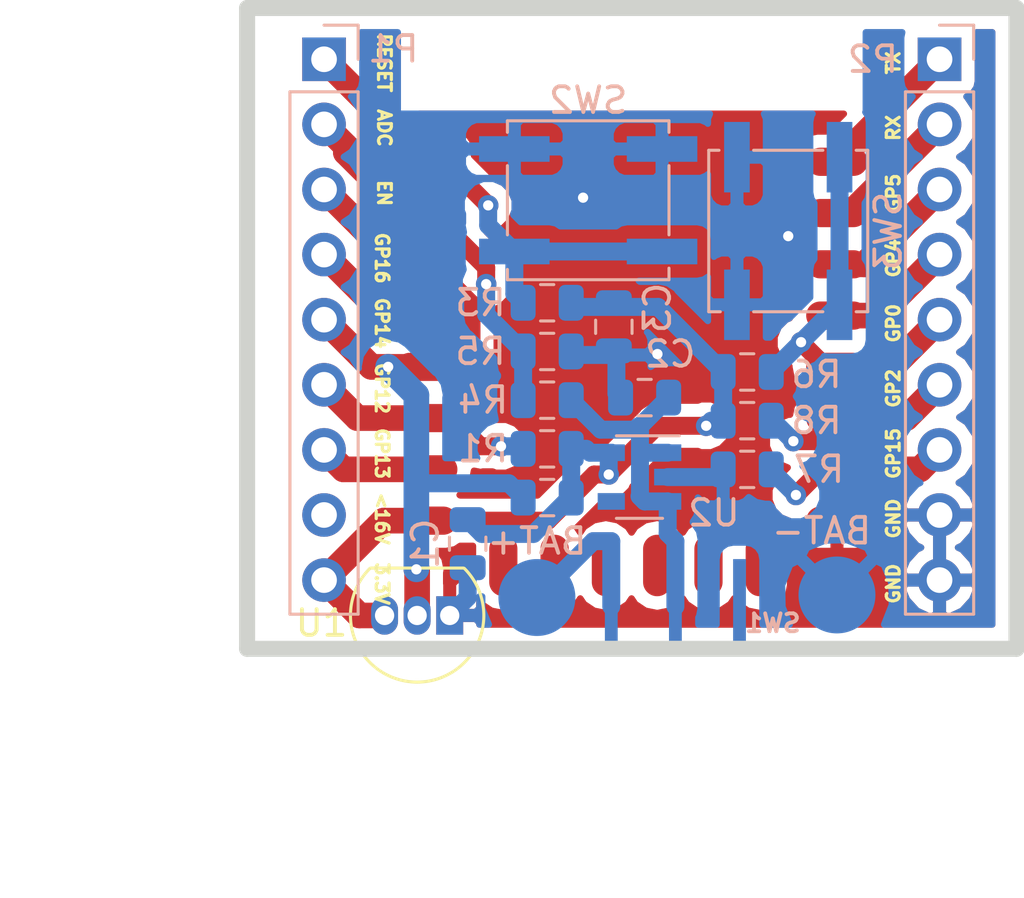
<source format=kicad_pcb>
(kicad_pcb (version 20171130) (host pcbnew "(5.0.1)-4")

  (general
    (thickness 1.6)
    (drawings 28)
    (tracks 142)
    (zones 0)
    (modules 21)
    (nets 19)
  )

  (page A4)
  (layers
    (0 F.Cu signal hide)
    (31 B.Cu signal hide)
    (32 B.Adhes user)
    (33 F.Adhes user)
    (34 B.Paste user)
    (35 F.Paste user)
    (36 B.SilkS user)
    (37 F.SilkS user)
    (38 B.Mask user)
    (39 F.Mask user hide)
    (40 Dwgs.User user)
    (41 Cmts.User user)
    (42 Eco1.User user)
    (43 Eco2.User user)
    (44 Edge.Cuts user)
    (45 Margin user)
    (46 B.CrtYd user)
    (47 F.CrtYd user)
    (48 B.Fab user hide)
    (49 F.Fab user)
  )

  (setup
    (last_trace_width 0.7)
    (user_trace_width 0.25)
    (user_trace_width 0.4)
    (user_trace_width 0.5)
    (user_trace_width 0.7)
    (user_trace_width 1)
    (user_trace_width 1.5)
    (trace_clearance 0.2)
    (zone_clearance 0.508)
    (zone_45_only no)
    (trace_min 0.2)
    (segment_width 0.2)
    (edge_width 0.625)
    (via_size 0.8)
    (via_drill 0.4)
    (via_min_size 0.4)
    (via_min_drill 0.4)
    (uvia_size 0.3)
    (uvia_drill 0.1)
    (uvias_allowed no)
    (uvia_min_size 0.2)
    (uvia_min_drill 0.1)
    (pcb_text_width 0.3)
    (pcb_text_size 1.5 1.5)
    (mod_edge_width 0.15)
    (mod_text_size 1 1)
    (mod_text_width 0.15)
    (pad_size 1.00076 2.5019)
    (pad_drill 0)
    (pad_to_mask_clearance 0.2)
    (solder_mask_min_width 0.25)
    (aux_axis_origin 61 164.5)
    (grid_origin 61 164.5)
    (visible_elements 7FFFFFFF)
    (pcbplotparams
      (layerselection 0x010f0_80000001)
      (usegerberextensions true)
      (usegerberattributes false)
      (usegerberadvancedattributes false)
      (creategerberjobfile false)
      (excludeedgelayer true)
      (linewidth 0.100000)
      (plotframeref false)
      (viasonmask false)
      (mode 1)
      (useauxorigin true)
      (hpglpennumber 1)
      (hpglpenspeed 20)
      (hpglpendiameter 15.000000)
      (psnegative false)
      (psa4output false)
      (plotreference false)
      (plotvalue false)
      (plotinvisibletext false)
      (padsonsilk false)
      (subtractmaskfromsilk false)
      (outputformat 1)
      (mirror false)
      (drillshape 0)
      (scaleselection 1)
      (outputdirectory "gerbs/"))
  )

  (net 0 "")
  (net 1 "Net-(P1-Pad3)")
  (net 2 "Net-(P1-Pad4)")
  (net 3 "Net-(P1-Pad6)")
  (net 4 "Net-(P1-Pad7)")
  (net 5 "Net-(P2-Pad1)")
  (net 6 "Net-(P2-Pad2)")
  (net 7 "Net-(P2-Pad3)")
  (net 8 "Net-(P2-Pad4)")
  (net 9 "Net-(P2-Pad5)")
  (net 10 "Net-(P2-Pad7)")
  (net 11 GND)
  (net 12 +3V3)
  (net 13 +BATT)
  (net 14 BATT_SENSE)
  (net 15 DS_TEMP)
  (net 16 "Net-(P1-Pad1)")
  (net 17 "Net-(P2-Pad6)")
  (net 18 "Net-(P3-Pad1)")

  (net_class Default "This is the default net class."
    (clearance 0.2)
    (trace_width 0.4)
    (via_dia 0.8)
    (via_drill 0.4)
    (uvia_dia 0.3)
    (uvia_drill 0.1)
    (add_net +3V3)
    (add_net +BATT)
    (add_net BATT_SENSE)
    (add_net DS_TEMP)
    (add_net GND)
    (add_net "Net-(P1-Pad1)")
    (add_net "Net-(P1-Pad3)")
    (add_net "Net-(P1-Pad4)")
    (add_net "Net-(P1-Pad6)")
    (add_net "Net-(P1-Pad7)")
    (add_net "Net-(P2-Pad1)")
    (add_net "Net-(P2-Pad2)")
    (add_net "Net-(P2-Pad3)")
    (add_net "Net-(P2-Pad4)")
    (add_net "Net-(P2-Pad5)")
    (add_net "Net-(P2-Pad6)")
    (add_net "Net-(P2-Pad7)")
    (add_net "Net-(P3-Pad1)")
  )

  (module ESP:SW_SS12D00_SMD (layer B.Cu) (tedit 5D861FC8) (tstamp 5D866212)
    (at 77.5 166.2)
    (path /5D85F8B1)
    (fp_text reference SW1 (at 4 -2.7) (layer B.SilkS)
      (effects (font (size 0.7 0.7) (thickness 0.15)) (justify mirror))
    )
    (fp_text value pkl_SWITCH-SPDT (at 0.2 6.075) (layer B.Fab)
      (effects (font (size 1 1) (thickness 0.15)) (justify mirror))
    )
    (fp_line (start -0.3 5.375) (end -0.3 2.075) (layer B.CrtYd) (width 0.15))
    (fp_line (start -1.2 5.375) (end -0.3 5.375) (layer B.CrtYd) (width 0.15))
    (fp_line (start -1.2 2.075) (end -1.2 5.375) (layer B.CrtYd) (width 0.15))
    (fp_line (start -4.1 -1.425) (end -4.1 2.075) (layer B.CrtYd) (width 0.15))
    (fp_line (start 4.4 -1.425) (end -4.1 -1.425) (layer B.CrtYd) (width 0.15))
    (fp_line (start 4.4 2.075) (end 4.4 -1.425) (layer B.CrtYd) (width 0.15))
    (fp_line (start -4.1 2.075) (end 4.4 2.075) (layer B.CrtYd) (width 0.15))
    (pad 3 smd rect (at 2.7 -3.35) (size 0.5 3.7) (layers B.Cu B.Paste B.Mask))
    (pad 2 smd rect (at 0.2 -3.35) (size 0.5 3.7) (layers B.Cu B.Paste B.Mask)
      (net 13 +BATT))
    (pad 1 smd rect (at -2.3 -3.35) (size 0.5 3.7) (layers B.Cu B.Paste B.Mask)
      (net 18 "Net-(P3-Pad1)"))
  )

  (module Package_TO_SOT_SMD:SOT-23-5 (layer B.Cu) (tedit 5A02FF57) (tstamp 5D83DC7F)
    (at 76.3 157.8 180)
    (descr "5-pin SOT23 package")
    (tags SOT-23-5)
    (path /5D841977)
    (attr smd)
    (fp_text reference U2 (at -2.9 -1.4 180) (layer B.SilkS)
      (effects (font (size 1 1) (thickness 0.15)) (justify mirror))
    )
    (fp_text value XC6210B332MR (at 0 -2.9 180) (layer B.Fab)
      (effects (font (size 1 1) (thickness 0.15)) (justify mirror))
    )
    (fp_text user %R (at 0 0 90) (layer B.Fab)
      (effects (font (size 0.5 0.5) (thickness 0.075)) (justify mirror))
    )
    (fp_line (start -0.9 -1.61) (end 0.9 -1.61) (layer B.SilkS) (width 0.12))
    (fp_line (start 0.9 1.61) (end -1.55 1.61) (layer B.SilkS) (width 0.12))
    (fp_line (start -1.9 1.8) (end 1.9 1.8) (layer B.CrtYd) (width 0.05))
    (fp_line (start 1.9 1.8) (end 1.9 -1.8) (layer B.CrtYd) (width 0.05))
    (fp_line (start 1.9 -1.8) (end -1.9 -1.8) (layer B.CrtYd) (width 0.05))
    (fp_line (start -1.9 -1.8) (end -1.9 1.8) (layer B.CrtYd) (width 0.05))
    (fp_line (start -0.9 0.9) (end -0.25 1.55) (layer B.Fab) (width 0.1))
    (fp_line (start 0.9 1.55) (end -0.25 1.55) (layer B.Fab) (width 0.1))
    (fp_line (start -0.9 0.9) (end -0.9 -1.55) (layer B.Fab) (width 0.1))
    (fp_line (start 0.9 -1.55) (end -0.9 -1.55) (layer B.Fab) (width 0.1))
    (fp_line (start 0.9 1.55) (end 0.9 -1.55) (layer B.Fab) (width 0.1))
    (pad 1 smd rect (at -1.1 0.95 180) (size 1.06 0.65) (layers B.Cu B.Paste B.Mask)
      (net 13 +BATT))
    (pad 2 smd rect (at -1.1 0 180) (size 1.06 0.65) (layers B.Cu B.Paste B.Mask)
      (net 11 GND))
    (pad 3 smd rect (at -1.1 -0.95 180) (size 1.06 0.65) (layers B.Cu B.Paste B.Mask)
      (net 13 +BATT))
    (pad 4 smd rect (at 1.1 -0.95 180) (size 1.06 0.65) (layers B.Cu B.Paste B.Mask))
    (pad 5 smd rect (at 1.1 0.95 180) (size 1.06 0.65) (layers B.Cu B.Paste B.Mask)
      (net 12 +3V3))
    (model ${KISYS3DMOD}/Package_TO_SOT_SMD.3dshapes/SOT-23-5.wrl
      (at (xyz 0 0 0))
      (scale (xyz 1 1 1))
      (rotate (xyz 0 0 0))
    )
  )

  (module Resistor_SMD:R_0805_2012Metric (layer B.Cu) (tedit 5D861C49) (tstamp 5D83DBE7)
    (at 72.7 158.6 180)
    (descr "Resistor SMD 0805 (2012 Metric), square (rectangular) end terminal, IPC_7351 nominal, (Body size source: https://docs.google.com/spreadsheets/d/1BsfQQcO9C6DZCsRaXUlFlo91Tg2WpOkGARC1WS5S8t0/edit?usp=sharing), generated with kicad-footprint-generator")
    (tags resistor)
    (path /5D848BE5)
    (attr smd)
    (fp_text reference R2 (at 0 1.65 180) (layer F.SilkS) hide
      (effects (font (size 1 1) (thickness 0.15)))
    )
    (fp_text value 4.7k (at 0 -1.65 180) (layer B.Fab)
      (effects (font (size 1 1) (thickness 0.15)) (justify mirror))
    )
    (fp_text user %R (at 0 0 180) (layer B.Fab)
      (effects (font (size 0.5 0.5) (thickness 0.08)) (justify mirror))
    )
    (fp_line (start 1.68 -0.95) (end -1.68 -0.95) (layer B.CrtYd) (width 0.05))
    (fp_line (start 1.68 0.95) (end 1.68 -0.95) (layer B.CrtYd) (width 0.05))
    (fp_line (start -1.68 0.95) (end 1.68 0.95) (layer B.CrtYd) (width 0.05))
    (fp_line (start -1.68 -0.95) (end -1.68 0.95) (layer B.CrtYd) (width 0.05))
    (fp_line (start -0.258578 -0.71) (end 0.258578 -0.71) (layer B.SilkS) (width 0.12))
    (fp_line (start -0.258578 0.71) (end 0.258578 0.71) (layer B.SilkS) (width 0.12))
    (fp_line (start 1 -0.6) (end -1 -0.6) (layer B.Fab) (width 0.1))
    (fp_line (start 1 0.6) (end 1 -0.6) (layer B.Fab) (width 0.1))
    (fp_line (start -1 0.6) (end 1 0.6) (layer B.Fab) (width 0.1))
    (fp_line (start -1 -0.6) (end -1 0.6) (layer B.Fab) (width 0.1))
    (pad 2 smd roundrect (at 0.9375 0 180) (size 0.975 1.4) (layers B.Cu B.Paste B.Mask) (roundrect_rratio 0.25)
      (net 15 DS_TEMP))
    (pad 1 smd roundrect (at -0.9375 0 180) (size 0.975 1.4) (layers B.Cu B.Paste B.Mask) (roundrect_rratio 0.25)
      (net 12 +3V3))
    (model ${KISYS3DMOD}/Resistor_SMD.3dshapes/R_0805_2012Metric.wrl
      (at (xyz 0 0 0))
      (scale (xyz 1 1 1))
      (rotate (xyz 0 0 0))
    )
  )

  (module Capacitor_SMD:C_0805_2012Metric (layer B.Cu) (tedit 5B36C52B) (tstamp 5D83DBA5)
    (at 69.6 160.4 270)
    (descr "Capacitor SMD 0805 (2012 Metric), square (rectangular) end terminal, IPC_7351 nominal, (Body size source: https://docs.google.com/spreadsheets/d/1BsfQQcO9C6DZCsRaXUlFlo91Tg2WpOkGARC1WS5S8t0/edit?usp=sharing), generated with kicad-footprint-generator")
    (tags capacitor)
    (path /56840717)
    (attr smd)
    (fp_text reference C1 (at 0 1.65 270) (layer B.SilkS)
      (effects (font (size 1 1) (thickness 0.15)) (justify mirror))
    )
    (fp_text value 22uF (at 0 -1.65 270) (layer B.Fab)
      (effects (font (size 1 1) (thickness 0.15)) (justify mirror))
    )
    (fp_line (start -1 -0.6) (end -1 0.6) (layer B.Fab) (width 0.1))
    (fp_line (start -1 0.6) (end 1 0.6) (layer B.Fab) (width 0.1))
    (fp_line (start 1 0.6) (end 1 -0.6) (layer B.Fab) (width 0.1))
    (fp_line (start 1 -0.6) (end -1 -0.6) (layer B.Fab) (width 0.1))
    (fp_line (start -0.258578 0.71) (end 0.258578 0.71) (layer B.SilkS) (width 0.12))
    (fp_line (start -0.258578 -0.71) (end 0.258578 -0.71) (layer B.SilkS) (width 0.12))
    (fp_line (start -1.68 -0.95) (end -1.68 0.95) (layer B.CrtYd) (width 0.05))
    (fp_line (start -1.68 0.95) (end 1.68 0.95) (layer B.CrtYd) (width 0.05))
    (fp_line (start 1.68 0.95) (end 1.68 -0.95) (layer B.CrtYd) (width 0.05))
    (fp_line (start 1.68 -0.95) (end -1.68 -0.95) (layer B.CrtYd) (width 0.05))
    (fp_text user %R (at 0 0 270) (layer B.Fab)
      (effects (font (size 0.5 0.5) (thickness 0.08)) (justify mirror))
    )
    (pad 1 smd roundrect (at -0.9375 0 270) (size 0.975 1.4) (layers B.Cu B.Paste B.Mask) (roundrect_rratio 0.25)
      (net 12 +3V3))
    (pad 2 smd roundrect (at 0.9375 0 270) (size 0.975 1.4) (layers B.Cu B.Paste B.Mask) (roundrect_rratio 0.25)
      (net 11 GND))
    (model ${KISYS3DMOD}/Capacitor_SMD.3dshapes/C_0805_2012Metric.wrl
      (at (xyz 0 0 0))
      (scale (xyz 1 1 1))
      (rotate (xyz 0 0 0))
    )
  )

  (module Capacitor_SMD:C_0805_2012Metric (layer B.Cu) (tedit 5B36C52B) (tstamp 5D83DBC5)
    (at 76.5 154.7 180)
    (descr "Capacitor SMD 0805 (2012 Metric), square (rectangular) end terminal, IPC_7351 nominal, (Body size source: https://docs.google.com/spreadsheets/d/1BsfQQcO9C6DZCsRaXUlFlo91Tg2WpOkGARC1WS5S8t0/edit?usp=sharing), generated with kicad-footprint-generator")
    (tags capacitor)
    (path /5D841AA7)
    (attr smd)
    (fp_text reference C2 (at -1 1.7 180) (layer B.SilkS)
      (effects (font (size 1 1) (thickness 0.15)) (justify mirror))
    )
    (fp_text value 1uF (at 0 -1.65 180) (layer B.Fab)
      (effects (font (size 1 1) (thickness 0.15)) (justify mirror))
    )
    (fp_text user %R (at 0 0 180) (layer B.Fab)
      (effects (font (size 0.5 0.5) (thickness 0.08)) (justify mirror))
    )
    (fp_line (start 1.68 -0.95) (end -1.68 -0.95) (layer B.CrtYd) (width 0.05))
    (fp_line (start 1.68 0.95) (end 1.68 -0.95) (layer B.CrtYd) (width 0.05))
    (fp_line (start -1.68 0.95) (end 1.68 0.95) (layer B.CrtYd) (width 0.05))
    (fp_line (start -1.68 -0.95) (end -1.68 0.95) (layer B.CrtYd) (width 0.05))
    (fp_line (start -0.258578 -0.71) (end 0.258578 -0.71) (layer B.SilkS) (width 0.12))
    (fp_line (start -0.258578 0.71) (end 0.258578 0.71) (layer B.SilkS) (width 0.12))
    (fp_line (start 1 -0.6) (end -1 -0.6) (layer B.Fab) (width 0.1))
    (fp_line (start 1 0.6) (end 1 -0.6) (layer B.Fab) (width 0.1))
    (fp_line (start -1 0.6) (end 1 0.6) (layer B.Fab) (width 0.1))
    (fp_line (start -1 -0.6) (end -1 0.6) (layer B.Fab) (width 0.1))
    (pad 2 smd roundrect (at 0.9375 0 180) (size 0.975 1.4) (layers B.Cu B.Paste B.Mask) (roundrect_rratio 0.25)
      (net 11 GND))
    (pad 1 smd roundrect (at -0.9375 0 180) (size 0.975 1.4) (layers B.Cu B.Paste B.Mask) (roundrect_rratio 0.25)
      (net 13 +BATT))
    (model ${KISYS3DMOD}/Capacitor_SMD.3dshapes/C_0805_2012Metric.wrl
      (at (xyz 0 0 0))
      (scale (xyz 1 1 1))
      (rotate (xyz 0 0 0))
    )
  )

  (module Capacitor_SMD:C_0805_2012Metric (layer B.Cu) (tedit 5B36C52B) (tstamp 5D83DBD6)
    (at 75.3 151.9375 270)
    (descr "Capacitor SMD 0805 (2012 Metric), square (rectangular) end terminal, IPC_7351 nominal, (Body size source: https://docs.google.com/spreadsheets/d/1BsfQQcO9C6DZCsRaXUlFlo91Tg2WpOkGARC1WS5S8t0/edit?usp=sharing), generated with kicad-footprint-generator")
    (tags capacitor)
    (path /5D844403)
    (attr smd)
    (fp_text reference C3 (at -0.7375 -1.7 270) (layer B.SilkS)
      (effects (font (size 1 1) (thickness 0.15)) (justify mirror))
    )
    (fp_text value 1uF (at 0 -1.65 270) (layer B.Fab)
      (effects (font (size 1 1) (thickness 0.15)) (justify mirror))
    )
    (fp_line (start -1 -0.6) (end -1 0.6) (layer B.Fab) (width 0.1))
    (fp_line (start -1 0.6) (end 1 0.6) (layer B.Fab) (width 0.1))
    (fp_line (start 1 0.6) (end 1 -0.6) (layer B.Fab) (width 0.1))
    (fp_line (start 1 -0.6) (end -1 -0.6) (layer B.Fab) (width 0.1))
    (fp_line (start -0.258578 0.71) (end 0.258578 0.71) (layer B.SilkS) (width 0.12))
    (fp_line (start -0.258578 -0.71) (end 0.258578 -0.71) (layer B.SilkS) (width 0.12))
    (fp_line (start -1.68 -0.95) (end -1.68 0.95) (layer B.CrtYd) (width 0.05))
    (fp_line (start -1.68 0.95) (end 1.68 0.95) (layer B.CrtYd) (width 0.05))
    (fp_line (start 1.68 0.95) (end 1.68 -0.95) (layer B.CrtYd) (width 0.05))
    (fp_line (start 1.68 -0.95) (end -1.68 -0.95) (layer B.CrtYd) (width 0.05))
    (fp_text user %R (at 0 0 270) (layer B.Fab)
      (effects (font (size 0.5 0.5) (thickness 0.08)) (justify mirror))
    )
    (pad 1 smd roundrect (at -0.9375 0 270) (size 0.975 1.4) (layers B.Cu B.Paste B.Mask) (roundrect_rratio 0.25)
      (net 12 +3V3))
    (pad 2 smd roundrect (at 0.9375 0 270) (size 0.975 1.4) (layers B.Cu B.Paste B.Mask) (roundrect_rratio 0.25)
      (net 11 GND))
    (model ${KISYS3DMOD}/Capacitor_SMD.3dshapes/C_0805_2012Metric.wrl
      (at (xyz 0 0 0))
      (scale (xyz 1 1 1))
      (rotate (xyz 0 0 0))
    )
  )

  (module Resistor_SMD:R_0805_2012Metric (layer B.Cu) (tedit 5B36C52B) (tstamp 5D83DBD7)
    (at 72.7 156.7 180)
    (descr "Resistor SMD 0805 (2012 Metric), square (rectangular) end terminal, IPC_7351 nominal, (Body size source: https://docs.google.com/spreadsheets/d/1BsfQQcO9C6DZCsRaXUlFlo91Tg2WpOkGARC1WS5S8t0/edit?usp=sharing), generated with kicad-footprint-generator")
    (tags resistor)
    (path /56840F07)
    (attr smd)
    (fp_text reference R1 (at 2.5 0 180) (layer B.SilkS)
      (effects (font (size 1 1) (thickness 0.15)) (justify mirror))
    )
    (fp_text value 10KΩ (at 0 -1.65 180) (layer B.Fab)
      (effects (font (size 1 1) (thickness 0.15)) (justify mirror))
    )
    (fp_line (start -1 -0.6) (end -1 0.6) (layer B.Fab) (width 0.1))
    (fp_line (start -1 0.6) (end 1 0.6) (layer B.Fab) (width 0.1))
    (fp_line (start 1 0.6) (end 1 -0.6) (layer B.Fab) (width 0.1))
    (fp_line (start 1 -0.6) (end -1 -0.6) (layer B.Fab) (width 0.1))
    (fp_line (start -0.258578 0.71) (end 0.258578 0.71) (layer B.SilkS) (width 0.12))
    (fp_line (start -0.258578 -0.71) (end 0.258578 -0.71) (layer B.SilkS) (width 0.12))
    (fp_line (start -1.68 -0.95) (end -1.68 0.95) (layer B.CrtYd) (width 0.05))
    (fp_line (start -1.68 0.95) (end 1.68 0.95) (layer B.CrtYd) (width 0.05))
    (fp_line (start 1.68 0.95) (end 1.68 -0.95) (layer B.CrtYd) (width 0.05))
    (fp_line (start 1.68 -0.95) (end -1.68 -0.95) (layer B.CrtYd) (width 0.05))
    (fp_text user %R (at 0 0 180) (layer B.Fab)
      (effects (font (size 0.5 0.5) (thickness 0.08)) (justify mirror))
    )
    (pad 1 smd roundrect (at -0.9375 0 180) (size 0.975 1.4) (layers B.Cu B.Paste B.Mask) (roundrect_rratio 0.25)
      (net 12 +3V3))
    (pad 2 smd roundrect (at 0.9375 0 180) (size 0.975 1.4) (layers B.Cu B.Paste B.Mask) (roundrect_rratio 0.25)
      (net 1 "Net-(P1-Pad3)"))
    (model ${KISYS3DMOD}/Resistor_SMD.3dshapes/R_0805_2012Metric.wrl
      (at (xyz 0 0 0))
      (scale (xyz 1 1 1))
      (rotate (xyz 0 0 0))
    )
  )

  (module Resistor_SMD:R_0805_2012Metric (layer B.Cu) (tedit 5B36C52B) (tstamp 5D83DBF7)
    (at 72.7 151 180)
    (descr "Resistor SMD 0805 (2012 Metric), square (rectangular) end terminal, IPC_7351 nominal, (Body size source: https://docs.google.com/spreadsheets/d/1BsfQQcO9C6DZCsRaXUlFlo91Tg2WpOkGARC1WS5S8t0/edit?usp=sharing), generated with kicad-footprint-generator")
    (tags resistor)
    (path /5D83CC93)
    (attr smd)
    (fp_text reference R3 (at 2.6 0 180) (layer B.SilkS)
      (effects (font (size 1 1) (thickness 0.15)) (justify mirror))
    )
    (fp_text value 10KΩ (at 0 -1.65 180) (layer B.Fab)
      (effects (font (size 1 1) (thickness 0.15)) (justify mirror))
    )
    (fp_text user %R (at 0 0 180) (layer B.Fab)
      (effects (font (size 0.5 0.5) (thickness 0.08)) (justify mirror))
    )
    (fp_line (start 1.68 -0.95) (end -1.68 -0.95) (layer B.CrtYd) (width 0.05))
    (fp_line (start 1.68 0.95) (end 1.68 -0.95) (layer B.CrtYd) (width 0.05))
    (fp_line (start -1.68 0.95) (end 1.68 0.95) (layer B.CrtYd) (width 0.05))
    (fp_line (start -1.68 -0.95) (end -1.68 0.95) (layer B.CrtYd) (width 0.05))
    (fp_line (start -0.258578 -0.71) (end 0.258578 -0.71) (layer B.SilkS) (width 0.12))
    (fp_line (start -0.258578 0.71) (end 0.258578 0.71) (layer B.SilkS) (width 0.12))
    (fp_line (start 1 -0.6) (end -1 -0.6) (layer B.Fab) (width 0.1))
    (fp_line (start 1 0.6) (end 1 -0.6) (layer B.Fab) (width 0.1))
    (fp_line (start -1 0.6) (end 1 0.6) (layer B.Fab) (width 0.1))
    (fp_line (start -1 -0.6) (end -1 0.6) (layer B.Fab) (width 0.1))
    (pad 2 smd roundrect (at 0.9375 0 180) (size 0.975 1.4) (layers B.Cu B.Paste B.Mask) (roundrect_rratio 0.25)
      (net 16 "Net-(P1-Pad1)"))
    (pad 1 smd roundrect (at -0.9375 0 180) (size 0.975 1.4) (layers B.Cu B.Paste B.Mask) (roundrect_rratio 0.25)
      (net 12 +3V3))
    (model ${KISYS3DMOD}/Resistor_SMD.3dshapes/R_0805_2012Metric.wrl
      (at (xyz 0 0 0))
      (scale (xyz 1 1 1))
      (rotate (xyz 0 0 0))
    )
  )

  (module Resistor_SMD:R_0805_2012Metric (layer B.Cu) (tedit 5B36C52B) (tstamp 5D850F8E)
    (at 72.7 154.8 180)
    (descr "Resistor SMD 0805 (2012 Metric), square (rectangular) end terminal, IPC_7351 nominal, (Body size source: https://docs.google.com/spreadsheets/d/1BsfQQcO9C6DZCsRaXUlFlo91Tg2WpOkGARC1WS5S8t0/edit?usp=sharing), generated with kicad-footprint-generator")
    (tags resistor)
    (path /5D8523B3)
    (attr smd)
    (fp_text reference R4 (at 2.5 0 180) (layer B.SilkS)
      (effects (font (size 1 1) (thickness 0.15)) (justify mirror))
    )
    (fp_text value 1MΩ (at 0 -1.65 180) (layer B.Fab)
      (effects (font (size 1 1) (thickness 0.15)) (justify mirror))
    )
    (fp_line (start -1 -0.6) (end -1 0.6) (layer B.Fab) (width 0.1))
    (fp_line (start -1 0.6) (end 1 0.6) (layer B.Fab) (width 0.1))
    (fp_line (start 1 0.6) (end 1 -0.6) (layer B.Fab) (width 0.1))
    (fp_line (start 1 -0.6) (end -1 -0.6) (layer B.Fab) (width 0.1))
    (fp_line (start -0.258578 0.71) (end 0.258578 0.71) (layer B.SilkS) (width 0.12))
    (fp_line (start -0.258578 -0.71) (end 0.258578 -0.71) (layer B.SilkS) (width 0.12))
    (fp_line (start -1.68 -0.95) (end -1.68 0.95) (layer B.CrtYd) (width 0.05))
    (fp_line (start -1.68 0.95) (end 1.68 0.95) (layer B.CrtYd) (width 0.05))
    (fp_line (start 1.68 0.95) (end 1.68 -0.95) (layer B.CrtYd) (width 0.05))
    (fp_line (start 1.68 -0.95) (end -1.68 -0.95) (layer B.CrtYd) (width 0.05))
    (fp_text user %R (at 0 0 180) (layer B.Fab)
      (effects (font (size 0.5 0.5) (thickness 0.08)) (justify mirror))
    )
    (pad 1 smd roundrect (at -0.9375 0 180) (size 0.975 1.4) (layers B.Cu B.Paste B.Mask) (roundrect_rratio 0.25)
      (net 13 +BATT))
    (pad 2 smd roundrect (at 0.9375 0 180) (size 0.975 1.4) (layers B.Cu B.Paste B.Mask) (roundrect_rratio 0.25)
      (net 14 BATT_SENSE))
    (model ${KISYS3DMOD}/Resistor_SMD.3dshapes/R_0805_2012Metric.wrl
      (at (xyz 0 0 0))
      (scale (xyz 1 1 1))
      (rotate (xyz 0 0 0))
    )
  )

  (module Resistor_SMD:R_0805_2012Metric (layer B.Cu) (tedit 5B36C52B) (tstamp 5D83DC27)
    (at 72.7 152.9)
    (descr "Resistor SMD 0805 (2012 Metric), square (rectangular) end terminal, IPC_7351 nominal, (Body size source: https://docs.google.com/spreadsheets/d/1BsfQQcO9C6DZCsRaXUlFlo91Tg2WpOkGARC1WS5S8t0/edit?usp=sharing), generated with kicad-footprint-generator")
    (tags resistor)
    (path /5D852506)
    (attr smd)
    (fp_text reference R5 (at -2.6 0) (layer B.SilkS)
      (effects (font (size 1 1) (thickness 0.15)) (justify mirror))
    )
    (fp_text value 1MΩ (at 0 -1.65) (layer B.Fab)
      (effects (font (size 1 1) (thickness 0.15)) (justify mirror))
    )
    (fp_text user %R (at 0 0) (layer B.Fab)
      (effects (font (size 0.5 0.5) (thickness 0.08)) (justify mirror))
    )
    (fp_line (start 1.68 -0.95) (end -1.68 -0.95) (layer B.CrtYd) (width 0.05))
    (fp_line (start 1.68 0.95) (end 1.68 -0.95) (layer B.CrtYd) (width 0.05))
    (fp_line (start -1.68 0.95) (end 1.68 0.95) (layer B.CrtYd) (width 0.05))
    (fp_line (start -1.68 -0.95) (end -1.68 0.95) (layer B.CrtYd) (width 0.05))
    (fp_line (start -0.258578 -0.71) (end 0.258578 -0.71) (layer B.SilkS) (width 0.12))
    (fp_line (start -0.258578 0.71) (end 0.258578 0.71) (layer B.SilkS) (width 0.12))
    (fp_line (start 1 -0.6) (end -1 -0.6) (layer B.Fab) (width 0.1))
    (fp_line (start 1 0.6) (end 1 -0.6) (layer B.Fab) (width 0.1))
    (fp_line (start -1 0.6) (end 1 0.6) (layer B.Fab) (width 0.1))
    (fp_line (start -1 -0.6) (end -1 0.6) (layer B.Fab) (width 0.1))
    (pad 2 smd roundrect (at 0.9375 0) (size 0.975 1.4) (layers B.Cu B.Paste B.Mask) (roundrect_rratio 0.25)
      (net 11 GND))
    (pad 1 smd roundrect (at -0.9375 0) (size 0.975 1.4) (layers B.Cu B.Paste B.Mask) (roundrect_rratio 0.25)
      (net 14 BATT_SENSE))
    (model ${KISYS3DMOD}/Resistor_SMD.3dshapes/R_0805_2012Metric.wrl
      (at (xyz 0 0 0))
      (scale (xyz 1 1 1))
      (rotate (xyz 0 0 0))
    )
  )

  (module Resistor_SMD:R_0805_2012Metric (layer B.Cu) (tedit 5B36C52B) (tstamp 5D83DC28)
    (at 80.5 153.7)
    (descr "Resistor SMD 0805 (2012 Metric), square (rectangular) end terminal, IPC_7351 nominal, (Body size source: https://docs.google.com/spreadsheets/d/1BsfQQcO9C6DZCsRaXUlFlo91Tg2WpOkGARC1WS5S8t0/edit?usp=sharing), generated with kicad-footprint-generator")
    (tags resistor)
    (path /5D83CCDB)
    (attr smd)
    (fp_text reference R6 (at 2.7 0.1) (layer B.SilkS)
      (effects (font (size 1 1) (thickness 0.15)) (justify mirror))
    )
    (fp_text value 10KΩ (at 0 -1.65) (layer B.Fab)
      (effects (font (size 1 1) (thickness 0.15)) (justify mirror))
    )
    (fp_line (start -1 -0.6) (end -1 0.6) (layer B.Fab) (width 0.1))
    (fp_line (start -1 0.6) (end 1 0.6) (layer B.Fab) (width 0.1))
    (fp_line (start 1 0.6) (end 1 -0.6) (layer B.Fab) (width 0.1))
    (fp_line (start 1 -0.6) (end -1 -0.6) (layer B.Fab) (width 0.1))
    (fp_line (start -0.258578 0.71) (end 0.258578 0.71) (layer B.SilkS) (width 0.12))
    (fp_line (start -0.258578 -0.71) (end 0.258578 -0.71) (layer B.SilkS) (width 0.12))
    (fp_line (start -1.68 -0.95) (end -1.68 0.95) (layer B.CrtYd) (width 0.05))
    (fp_line (start -1.68 0.95) (end 1.68 0.95) (layer B.CrtYd) (width 0.05))
    (fp_line (start 1.68 0.95) (end 1.68 -0.95) (layer B.CrtYd) (width 0.05))
    (fp_line (start 1.68 -0.95) (end -1.68 -0.95) (layer B.CrtYd) (width 0.05))
    (fp_text user %R (at 0 0) (layer B.Fab)
      (effects (font (size 0.5 0.5) (thickness 0.08)) (justify mirror))
    )
    (pad 1 smd roundrect (at -0.9375 0) (size 0.975 1.4) (layers B.Cu B.Paste B.Mask) (roundrect_rratio 0.25)
      (net 12 +3V3))
    (pad 2 smd roundrect (at 0.9375 0) (size 0.975 1.4) (layers B.Cu B.Paste B.Mask) (roundrect_rratio 0.25)
      (net 9 "Net-(P2-Pad5)"))
    (model ${KISYS3DMOD}/Resistor_SMD.3dshapes/R_0805_2012Metric.wrl
      (at (xyz 0 0 0))
      (scale (xyz 1 1 1))
      (rotate (xyz 0 0 0))
    )
  )

  (module Resistor_SMD:R_0805_2012Metric (layer B.Cu) (tedit 5B36C52B) (tstamp 5D83DC48)
    (at 80.5 157.5 180)
    (descr "Resistor SMD 0805 (2012 Metric), square (rectangular) end terminal, IPC_7351 nominal, (Body size source: https://docs.google.com/spreadsheets/d/1BsfQQcO9C6DZCsRaXUlFlo91Tg2WpOkGARC1WS5S8t0/edit?usp=sharing), generated with kicad-footprint-generator")
    (tags resistor)
    (path /5D83CD7D)
    (attr smd)
    (fp_text reference R7 (at -2.8 0 180) (layer B.SilkS)
      (effects (font (size 1 1) (thickness 0.15)) (justify mirror))
    )
    (fp_text value 10KΩ (at 0 -1.65 180) (layer B.Fab)
      (effects (font (size 1 1) (thickness 0.15)) (justify mirror))
    )
    (fp_line (start -1 -0.6) (end -1 0.6) (layer B.Fab) (width 0.1))
    (fp_line (start -1 0.6) (end 1 0.6) (layer B.Fab) (width 0.1))
    (fp_line (start 1 0.6) (end 1 -0.6) (layer B.Fab) (width 0.1))
    (fp_line (start 1 -0.6) (end -1 -0.6) (layer B.Fab) (width 0.1))
    (fp_line (start -0.258578 0.71) (end 0.258578 0.71) (layer B.SilkS) (width 0.12))
    (fp_line (start -0.258578 -0.71) (end 0.258578 -0.71) (layer B.SilkS) (width 0.12))
    (fp_line (start -1.68 -0.95) (end -1.68 0.95) (layer B.CrtYd) (width 0.05))
    (fp_line (start -1.68 0.95) (end 1.68 0.95) (layer B.CrtYd) (width 0.05))
    (fp_line (start 1.68 0.95) (end 1.68 -0.95) (layer B.CrtYd) (width 0.05))
    (fp_line (start 1.68 -0.95) (end -1.68 -0.95) (layer B.CrtYd) (width 0.05))
    (fp_text user %R (at 0 0 180) (layer B.Fab)
      (effects (font (size 0.5 0.5) (thickness 0.08)) (justify mirror))
    )
    (pad 1 smd roundrect (at -0.9375 0 180) (size 0.975 1.4) (layers B.Cu B.Paste B.Mask) (roundrect_rratio 0.25)
      (net 10 "Net-(P2-Pad7)"))
    (pad 2 smd roundrect (at 0.9375 0 180) (size 0.975 1.4) (layers B.Cu B.Paste B.Mask) (roundrect_rratio 0.25)
      (net 11 GND))
    (model ${KISYS3DMOD}/Resistor_SMD.3dshapes/R_0805_2012Metric.wrl
      (at (xyz 0 0 0))
      (scale (xyz 1 1 1))
      (rotate (xyz 0 0 0))
    )
  )

  (module Resistor_SMD:R_0805_2012Metric (layer B.Cu) (tedit 5D861EB6) (tstamp 5D83DC59)
    (at 80.5 155.6)
    (descr "Resistor SMD 0805 (2012 Metric), square (rectangular) end terminal, IPC_7351 nominal, (Body size source: https://docs.google.com/spreadsheets/d/1BsfQQcO9C6DZCsRaXUlFlo91Tg2WpOkGARC1WS5S8t0/edit?usp=sharing), generated with kicad-footprint-generator")
    (tags resistor)
    (path /5D83CD43)
    (attr smd)
    (fp_text reference R8 (at 2.7 0) (layer B.SilkS)
      (effects (font (size 1 1) (thickness 0.15)) (justify mirror))
    )
    (fp_text value 10KΩ (at 0 -1.65) (layer B.Fab)
      (effects (font (size 1 1) (thickness 0.15)) (justify mirror))
    )
    (fp_text user %R (at 0 0) (layer B.Fab)
      (effects (font (size 0.5 0.5) (thickness 0.08)) (justify mirror))
    )
    (fp_line (start 1.68 -0.95) (end -1.68 -0.95) (layer B.CrtYd) (width 0.05))
    (fp_line (start 1.68 0.95) (end 1.68 -0.95) (layer B.CrtYd) (width 0.05))
    (fp_line (start -1.68 0.95) (end 1.68 0.95) (layer B.CrtYd) (width 0.05))
    (fp_line (start -1.68 -0.95) (end -1.68 0.95) (layer B.CrtYd) (width 0.05))
    (fp_line (start -0.258578 -0.71) (end 0.258578 -0.71) (layer B.SilkS) (width 0.12))
    (fp_line (start -0.258578 0.71) (end 0.258578 0.71) (layer B.SilkS) (width 0.12))
    (fp_line (start 1 -0.6) (end -1 -0.6) (layer B.Fab) (width 0.1))
    (fp_line (start 1 0.6) (end 1 -0.6) (layer B.Fab) (width 0.1))
    (fp_line (start -1 0.6) (end 1 0.6) (layer B.Fab) (width 0.1))
    (fp_line (start -1 -0.6) (end -1 0.6) (layer B.Fab) (width 0.1))
    (pad 2 smd roundrect (at 0.9375 0) (size 0.975 1.4) (layers B.Cu B.Paste B.Mask) (roundrect_rratio 0.25)
      (net 17 "Net-(P2-Pad6)"))
    (pad 1 smd roundrect (at -0.9375 0) (size 0.975 1.4) (layers B.Cu B.Paste B.Mask) (roundrect_rratio 0.25)
      (net 12 +3V3))
    (model ${KISYS3DMOD}/Resistor_SMD.3dshapes/R_0805_2012Metric.wrl
      (at (xyz 0 0 0))
      (scale (xyz 1 1 1))
      (rotate (xyz 0 0 0))
    )
  )

  (module Package_TO_SOT_THT:TO-92_Inline (layer F.Cu) (tedit 5A1DD157) (tstamp 5D83DC5A)
    (at 68.9 163.2 180)
    (descr "TO-92 leads in-line, narrow, oval pads, drill 0.75mm (see NXP sot054_po.pdf)")
    (tags "to-92 sc-43 sc-43a sot54 PA33 transistor")
    (path /5D8470DD)
    (fp_text reference U1 (at 5 -0.3 180) (layer F.SilkS)
      (effects (font (size 1 1) (thickness 0.15)))
    )
    (fp_text value DS18B20 (at 1.27 2.79 180) (layer F.Fab)
      (effects (font (size 1 1) (thickness 0.15)))
    )
    (fp_text user %R (at 1.27 -3.56 180) (layer F.Fab)
      (effects (font (size 1 1) (thickness 0.15)))
    )
    (fp_line (start -0.53 1.85) (end 3.07 1.85) (layer F.SilkS) (width 0.12))
    (fp_line (start -0.5 1.75) (end 3 1.75) (layer F.Fab) (width 0.1))
    (fp_line (start -1.46 -2.73) (end 4 -2.73) (layer F.CrtYd) (width 0.05))
    (fp_line (start -1.46 -2.73) (end -1.46 2.01) (layer F.CrtYd) (width 0.05))
    (fp_line (start 4 2.01) (end 4 -2.73) (layer F.CrtYd) (width 0.05))
    (fp_line (start 4 2.01) (end -1.46 2.01) (layer F.CrtYd) (width 0.05))
    (fp_arc (start 1.27 0) (end 1.27 -2.48) (angle 135) (layer F.Fab) (width 0.1))
    (fp_arc (start 1.27 0) (end 1.27 -2.6) (angle -135) (layer F.SilkS) (width 0.12))
    (fp_arc (start 1.27 0) (end 1.27 -2.48) (angle -135) (layer F.Fab) (width 0.1))
    (fp_arc (start 1.27 0) (end 1.27 -2.6) (angle 135) (layer F.SilkS) (width 0.12))
    (pad 2 thru_hole oval (at 1.27 0 180) (size 1.05 1.5) (drill 0.75) (layers *.Cu *.Mask)
      (net 15 DS_TEMP))
    (pad 3 thru_hole oval (at 2.54 0 180) (size 1.05 1.5) (drill 0.75) (layers *.Cu *.Mask)
      (net 12 +3V3))
    (pad 1 thru_hole rect (at 0 0 180) (size 1.05 1.5) (drill 0.75) (layers *.Cu *.Mask)
      (net 11 GND))
    (model ${KISYS3DMOD}/Package_TO_SOT_THT.3dshapes/TO-92_Inline.wrl
      (at (xyz 0 0 0))
      (scale (xyz 1 1 1))
      (rotate (xyz 0 0 0))
    )
  )

  (module ESP:ESP-12E placed (layer F.Cu) (tedit 5B8C4E27) (tstamp 5D83DD93)
    (at 68 145.5)
    (descr "Module, ESP-8266, ESP-12, 16 pad, SMD")
    (tags "Module ESP-8266 ESP8266")
    (path /5D83D316)
    (fp_text reference U3 (at -2 -2) (layer F.SilkS) hide
      (effects (font (size 1 1) (thickness 0.15)))
    )
    (fp_text value ESP-12E (at 8 1) (layer F.Fab)
      (effects (font (size 1 1) (thickness 0.15)))
    )
    (fp_line (start 16 -8.4) (end 0 -2.6) (layer F.CrtYd) (width 0.1524))
    (fp_line (start 0 -8.4) (end 16 -2.6) (layer F.CrtYd) (width 0.1524))
    (fp_text user "No Copper" (at 7.9 -5.4) (layer F.CrtYd)
      (effects (font (size 1 1) (thickness 0.15)))
    )
    (fp_line (start 0 -8.4) (end 0 -2.6) (layer F.CrtYd) (width 0.1524))
    (fp_line (start 0 -2.6) (end 16 -2.6) (layer F.CrtYd) (width 0.1524))
    (fp_line (start 16 -2.6) (end 16 -8.4) (layer F.CrtYd) (width 0.1524))
    (fp_line (start 16 -8.4) (end 0 -8.4) (layer F.CrtYd) (width 0.1524))
    (fp_line (start 16 -8.4) (end 16 15.6) (layer F.Fab) (width 0.1524))
    (fp_line (start 16 15.6) (end 0 15.6) (layer F.Fab) (width 0.1524))
    (fp_line (start 0 15.6) (end 0 -8.4) (layer F.Fab) (width 0.1524))
    (fp_line (start 0 -8.4) (end 16 -8.4) (layer F.Fab) (width 0.1524))
    (pad 9 smd oval (at 2.99 15.75 90) (size 2.4 1.1) (layers F.Cu F.Paste F.Mask))
    (pad 10 smd oval (at 4.99 15.75 90) (size 2.4 1.1) (layers F.Cu F.Paste F.Mask))
    (pad 11 smd oval (at 6.99 15.75 90) (size 2.4 1.1) (layers F.Cu F.Paste F.Mask))
    (pad 12 smd oval (at 8.99 15.75 90) (size 2.4 1.1) (layers F.Cu F.Paste F.Mask))
    (pad 13 smd oval (at 10.99 15.75 90) (size 2.4 1.1) (layers F.Cu F.Paste F.Mask))
    (pad 14 smd oval (at 12.99 15.75 90) (size 2.4 1.1) (layers F.Cu F.Paste F.Mask))
    (pad 1 smd rect (at 0 0) (size 2.4 1.1) (layers F.Cu F.Paste F.Mask)
      (net 16 "Net-(P1-Pad1)"))
    (pad 2 smd oval (at 0 2) (size 2.4 1.1) (layers F.Cu F.Paste F.Mask)
      (net 14 BATT_SENSE))
    (pad 3 smd oval (at 0 4) (size 2.4 1.1) (layers F.Cu F.Paste F.Mask)
      (net 1 "Net-(P1-Pad3)"))
    (pad 4 smd oval (at 0 6) (size 2.4 1.1) (layers F.Cu F.Paste F.Mask)
      (net 2 "Net-(P1-Pad4)"))
    (pad 5 smd oval (at 0 8) (size 2.4 1.1) (layers F.Cu F.Paste F.Mask)
      (net 15 DS_TEMP))
    (pad 6 smd oval (at 0 10) (size 2.4 1.1) (layers F.Cu F.Paste F.Mask)
      (net 3 "Net-(P1-Pad6)"))
    (pad 7 smd oval (at 0 12) (size 2.4 1.1) (layers F.Cu F.Paste F.Mask)
      (net 4 "Net-(P1-Pad7)"))
    (pad 8 smd oval (at 0 14) (size 2.4 1.1) (layers F.Cu F.Paste F.Mask)
      (net 12 +3V3))
    (pad 15 smd oval (at 16 14) (size 2.4 1.1) (layers F.Cu F.Paste F.Mask)
      (net 11 GND))
    (pad 16 smd oval (at 16 12) (size 2.4 1.1) (layers F.Cu F.Paste F.Mask)
      (net 10 "Net-(P2-Pad7)"))
    (pad 17 smd oval (at 16 10) (size 2.4 1.1) (layers F.Cu F.Paste F.Mask)
      (net 17 "Net-(P2-Pad6)"))
    (pad 18 smd oval (at 16 8) (size 2.4 1.1) (layers F.Cu F.Paste F.Mask)
      (net 9 "Net-(P2-Pad5)"))
    (pad 19 smd oval (at 16 6) (size 2.4 1.1) (layers F.Cu F.Paste F.Mask)
      (net 8 "Net-(P2-Pad4)"))
    (pad 20 smd oval (at 16 4) (size 2.4 1.1) (layers F.Cu F.Paste F.Mask)
      (net 7 "Net-(P2-Pad3)"))
    (pad 21 smd oval (at 16 2) (size 2.4 1.1) (layers F.Cu F.Paste F.Mask)
      (net 6 "Net-(P2-Pad2)"))
    (pad 22 smd oval (at 16 0) (size 2.4 1.1) (layers F.Cu F.Paste F.Mask)
      (net 5 "Net-(P2-Pad1)"))
  )

  (module Connector_PinHeader_2.54mm:PinHeader_1x09_P2.54mm_Vertical (layer B.Cu) (tedit 59FED5CC) (tstamp 5D83E05B)
    (at 64 141.5 180)
    (descr "Through hole straight pin header, 1x09, 2.54mm pitch, single row")
    (tags "Through hole pin header THT 1x09 2.54mm single row")
    (path /5D83DED4)
    (fp_text reference P1 (at -2.7 0.4 180) (layer B.SilkS)
      (effects (font (size 1 1) (thickness 0.15)) (justify mirror))
    )
    (fp_text value CONN_01X09 (at 0 -22.65 180) (layer B.Fab)
      (effects (font (size 1 1) (thickness 0.15)) (justify mirror))
    )
    (fp_text user %R (at 0 -10.16 90) (layer B.Fab)
      (effects (font (size 1 1) (thickness 0.15)) (justify mirror))
    )
    (fp_line (start 1.8 1.8) (end -1.8 1.8) (layer B.CrtYd) (width 0.05))
    (fp_line (start 1.8 -22.1) (end 1.8 1.8) (layer B.CrtYd) (width 0.05))
    (fp_line (start -1.8 -22.1) (end 1.8 -22.1) (layer B.CrtYd) (width 0.05))
    (fp_line (start -1.8 1.8) (end -1.8 -22.1) (layer B.CrtYd) (width 0.05))
    (fp_line (start -1.33 1.33) (end 0 1.33) (layer B.SilkS) (width 0.12))
    (fp_line (start -1.33 0) (end -1.33 1.33) (layer B.SilkS) (width 0.12))
    (fp_line (start -1.33 -1.27) (end 1.33 -1.27) (layer B.SilkS) (width 0.12))
    (fp_line (start 1.33 -1.27) (end 1.33 -21.65) (layer B.SilkS) (width 0.12))
    (fp_line (start -1.33 -1.27) (end -1.33 -21.65) (layer B.SilkS) (width 0.12))
    (fp_line (start -1.33 -21.65) (end 1.33 -21.65) (layer B.SilkS) (width 0.12))
    (fp_line (start -1.27 0.635) (end -0.635 1.27) (layer B.Fab) (width 0.1))
    (fp_line (start -1.27 -21.59) (end -1.27 0.635) (layer B.Fab) (width 0.1))
    (fp_line (start 1.27 -21.59) (end -1.27 -21.59) (layer B.Fab) (width 0.1))
    (fp_line (start 1.27 1.27) (end 1.27 -21.59) (layer B.Fab) (width 0.1))
    (fp_line (start -0.635 1.27) (end 1.27 1.27) (layer B.Fab) (width 0.1))
    (pad 9 thru_hole oval (at 0 -20.32 180) (size 1.7 1.7) (drill 1) (layers *.Cu *.Mask)
      (net 12 +3V3))
    (pad 8 thru_hole oval (at 0 -17.78 180) (size 1.7 1.7) (drill 1) (layers *.Cu *.Mask))
    (pad 7 thru_hole oval (at 0 -15.24 180) (size 1.7 1.7) (drill 1) (layers *.Cu *.Mask)
      (net 4 "Net-(P1-Pad7)"))
    (pad 6 thru_hole oval (at 0 -12.7 180) (size 1.7 1.7) (drill 1) (layers *.Cu *.Mask)
      (net 3 "Net-(P1-Pad6)"))
    (pad 5 thru_hole oval (at 0 -10.16 180) (size 1.7 1.7) (drill 1) (layers *.Cu *.Mask)
      (net 15 DS_TEMP))
    (pad 4 thru_hole oval (at 0 -7.62 180) (size 1.7 1.7) (drill 1) (layers *.Cu *.Mask)
      (net 2 "Net-(P1-Pad4)"))
    (pad 3 thru_hole oval (at 0 -5.08 180) (size 1.7 1.7) (drill 1) (layers *.Cu *.Mask)
      (net 1 "Net-(P1-Pad3)"))
    (pad 2 thru_hole oval (at 0 -2.54 180) (size 1.7 1.7) (drill 1) (layers *.Cu *.Mask)
      (net 14 BATT_SENSE))
    (pad 1 thru_hole rect (at 0 0 180) (size 1.7 1.7) (drill 1) (layers *.Cu *.Mask)
      (net 16 "Net-(P1-Pad1)"))
    (model ${KISYS3DMOD}/Connector_PinHeader_2.54mm.3dshapes/PinHeader_1x09_P2.54mm_Vertical.wrl
      (at (xyz 0 0 0))
      (scale (xyz 1 1 1))
      (rotate (xyz 0 0 0))
    )
  )

  (module Connector_PinHeader_2.54mm:PinHeader_1x09_P2.54mm_Vertical (layer B.Cu) (tedit 59FED5CC) (tstamp 5D83E077)
    (at 88 141.5 180)
    (descr "Through hole straight pin header, 1x09, 2.54mm pitch, single row")
    (tags "Through hole pin header THT 1x09 2.54mm single row")
    (path /5D83DF84)
    (fp_text reference P2 (at 2.6 0 180) (layer B.SilkS)
      (effects (font (size 1 1) (thickness 0.15)) (justify mirror))
    )
    (fp_text value CONN_01X09 (at 0 -22.65 180) (layer B.Fab)
      (effects (font (size 1 1) (thickness 0.15)) (justify mirror))
    )
    (fp_line (start -0.635 1.27) (end 1.27 1.27) (layer B.Fab) (width 0.1))
    (fp_line (start 1.27 1.27) (end 1.27 -21.59) (layer B.Fab) (width 0.1))
    (fp_line (start 1.27 -21.59) (end -1.27 -21.59) (layer B.Fab) (width 0.1))
    (fp_line (start -1.27 -21.59) (end -1.27 0.635) (layer B.Fab) (width 0.1))
    (fp_line (start -1.27 0.635) (end -0.635 1.27) (layer B.Fab) (width 0.1))
    (fp_line (start -1.33 -21.65) (end 1.33 -21.65) (layer B.SilkS) (width 0.12))
    (fp_line (start -1.33 -1.27) (end -1.33 -21.65) (layer B.SilkS) (width 0.12))
    (fp_line (start 1.33 -1.27) (end 1.33 -21.65) (layer B.SilkS) (width 0.12))
    (fp_line (start -1.33 -1.27) (end 1.33 -1.27) (layer B.SilkS) (width 0.12))
    (fp_line (start -1.33 0) (end -1.33 1.33) (layer B.SilkS) (width 0.12))
    (fp_line (start -1.33 1.33) (end 0 1.33) (layer B.SilkS) (width 0.12))
    (fp_line (start -1.8 1.8) (end -1.8 -22.1) (layer B.CrtYd) (width 0.05))
    (fp_line (start -1.8 -22.1) (end 1.8 -22.1) (layer B.CrtYd) (width 0.05))
    (fp_line (start 1.8 -22.1) (end 1.8 1.8) (layer B.CrtYd) (width 0.05))
    (fp_line (start 1.8 1.8) (end -1.8 1.8) (layer B.CrtYd) (width 0.05))
    (fp_text user %R (at 0 -10.16 90) (layer B.Fab)
      (effects (font (size 1 1) (thickness 0.15)) (justify mirror))
    )
    (pad 1 thru_hole rect (at 0 0 180) (size 1.7 1.7) (drill 1) (layers *.Cu *.Mask)
      (net 5 "Net-(P2-Pad1)"))
    (pad 2 thru_hole oval (at 0 -2.54 180) (size 1.7 1.7) (drill 1) (layers *.Cu *.Mask)
      (net 6 "Net-(P2-Pad2)"))
    (pad 3 thru_hole oval (at 0 -5.08 180) (size 1.7 1.7) (drill 1) (layers *.Cu *.Mask)
      (net 7 "Net-(P2-Pad3)"))
    (pad 4 thru_hole oval (at 0 -7.62 180) (size 1.7 1.7) (drill 1) (layers *.Cu *.Mask)
      (net 8 "Net-(P2-Pad4)"))
    (pad 5 thru_hole oval (at 0 -10.16 180) (size 1.7 1.7) (drill 1) (layers *.Cu *.Mask)
      (net 9 "Net-(P2-Pad5)"))
    (pad 6 thru_hole oval (at 0 -12.7 180) (size 1.7 1.7) (drill 1) (layers *.Cu *.Mask)
      (net 17 "Net-(P2-Pad6)"))
    (pad 7 thru_hole oval (at 0 -15.24 180) (size 1.7 1.7) (drill 1) (layers *.Cu *.Mask)
      (net 10 "Net-(P2-Pad7)"))
    (pad 8 thru_hole oval (at 0 -17.78 180) (size 1.7 1.7) (drill 1) (layers *.Cu *.Mask)
      (net 11 GND))
    (pad 9 thru_hole oval (at 0 -20.32 180) (size 1.7 1.7) (drill 1) (layers *.Cu *.Mask)
      (net 11 GND))
    (model ${KISYS3DMOD}/Connector_PinHeader_2.54mm.3dshapes/PinHeader_1x09_P2.54mm_Vertical.wrl
      (at (xyz 0 0 0))
      (scale (xyz 1 1 1))
      (rotate (xyz 0 0 0))
    )
  )

  (module ESP:Pad (layer B.Cu) (tedit 5D862024) (tstamp 5D851305)
    (at 72.3 162.5)
    (path /5D858345)
    (fp_text reference BAT+ (at 0 -2.2) (layer B.SilkS)
      (effects (font (size 1 1) (thickness 0.15)) (justify mirror))
    )
    (fp_text value PAD_BAT+ (at 0 3.81) (layer B.Fab)
      (effects (font (size 1 1) (thickness 0.15)) (justify mirror))
    )
    (pad 1 smd circle (at 0 0) (size 3 3) (layers B.Cu B.Paste B.Mask)
      (net 18 "Net-(P3-Pad1)"))
  )

  (module ESP:Pad (layer B.Cu) (tedit 5D861FB0) (tstamp 5D85130A)
    (at 84 162.4)
    (path /5D858442)
    (fp_text reference BAT- (at -0.6 -2.5) (layer B.SilkS)
      (effects (font (size 1 1) (thickness 0.15)) (justify mirror))
    )
    (fp_text value PAD_BAT- (at 0 3.81) (layer B.Fab)
      (effects (font (size 1 1) (thickness 0.15)) (justify mirror))
    )
    (pad 1 smd circle (at 0 0) (size 3 3) (layers B.Cu B.Paste B.Mask)
      (net 11 GND))
  )

  (module Button_Switch_SMD:SW_SPST_EVPBF (layer B.Cu) (tedit 5A02FC95) (tstamp 5D8663DD)
    (at 74.3 147 180)
    (descr "Light Touch Switch")
    (path /5D87720C)
    (attr smd)
    (fp_text reference SW2 (at 0 3.9 180) (layer B.SilkS)
      (effects (font (size 1 1) (thickness 0.15)) (justify mirror))
    )
    (fp_text value SW_RESET (at 0 -4.25 180) (layer B.Fab)
      (effects (font (size 1 1) (thickness 0.15)) (justify mirror))
    )
    (fp_line (start -3.15 -2.65) (end -3.15 -3.1) (layer B.SilkS) (width 0.12))
    (fp_line (start -3.15 -3.1) (end 3.15 -3.1) (layer B.SilkS) (width 0.12))
    (fp_line (start 3.15 -3.1) (end 3.15 -2.7) (layer B.SilkS) (width 0.12))
    (fp_line (start -3.15 -1.35) (end -3.15 1.35) (layer B.SilkS) (width 0.12))
    (fp_line (start 3.15 1.35) (end 3.15 -1.35) (layer B.SilkS) (width 0.12))
    (fp_line (start -3.15 3.1) (end 3.15 3.1) (layer B.SilkS) (width 0.12))
    (fp_line (start 3.15 3.1) (end 3.15 2.65) (layer B.SilkS) (width 0.12))
    (fp_line (start -3.15 2.65) (end -3.15 3.1) (layer B.SilkS) (width 0.12))
    (fp_line (start -3 3) (end 3 3) (layer B.Fab) (width 0.1))
    (fp_line (start 3 3) (end 3 -3) (layer B.Fab) (width 0.1))
    (fp_line (start 3 -3) (end -3 -3) (layer B.Fab) (width 0.1))
    (fp_line (start -3 -3) (end -3 3) (layer B.Fab) (width 0.1))
    (fp_text user %R (at 0 3.9 180) (layer B.Fab)
      (effects (font (size 1 1) (thickness 0.15)) (justify mirror))
    )
    (fp_line (start -4.5 3.25) (end 4.5 3.25) (layer B.CrtYd) (width 0.05))
    (fp_line (start 4.5 3.25) (end 4.5 -3.25) (layer B.CrtYd) (width 0.05))
    (fp_line (start 4.5 -3.25) (end -4.5 -3.25) (layer B.CrtYd) (width 0.05))
    (fp_line (start -4.5 -3.25) (end -4.5 3.25) (layer B.CrtYd) (width 0.05))
    (fp_circle (center 0 0) (end 1.7 0) (layer B.Fab) (width 0.1))
    (pad 1 smd rect (at 2.88 2 180) (size 2.75 1) (layers B.Cu B.Paste B.Mask)
      (net 11 GND))
    (pad 1 smd rect (at -2.88 2 180) (size 2.75 1) (layers B.Cu B.Paste B.Mask)
      (net 11 GND))
    (pad 2 smd rect (at -2.88 -2 180) (size 2.75 1) (layers B.Cu B.Paste B.Mask)
      (net 16 "Net-(P1-Pad1)"))
    (pad 2 smd rect (at 2.88 -2 180) (size 2.75 1) (layers B.Cu B.Paste B.Mask)
      (net 16 "Net-(P1-Pad1)"))
    (model ${KISYS3DMOD}/Button_Switch_SMD.3dshapes/SW_SPST_EVPBF.wrl
      (at (xyz 0 0 0))
      (scale (xyz 1 1 1))
      (rotate (xyz 0 0 0))
    )
  )

  (module Button_Switch_SMD:SW_SPST_EVPBF (layer B.Cu) (tedit 5A02FC95) (tstamp 5D866246)
    (at 82.1 148.2 90)
    (descr "Light Touch Switch")
    (path /5D878C6F)
    (attr smd)
    (fp_text reference SW3 (at 0 3.9 90) (layer B.SilkS)
      (effects (font (size 1 1) (thickness 0.15)) (justify mirror))
    )
    (fp_text value SW_FLASH (at 0 -4.25 90) (layer B.Fab)
      (effects (font (size 1 1) (thickness 0.15)) (justify mirror))
    )
    (fp_circle (center 0 0) (end 1.7 0) (layer B.Fab) (width 0.1))
    (fp_line (start -4.5 -3.25) (end -4.5 3.25) (layer B.CrtYd) (width 0.05))
    (fp_line (start 4.5 -3.25) (end -4.5 -3.25) (layer B.CrtYd) (width 0.05))
    (fp_line (start 4.5 3.25) (end 4.5 -3.25) (layer B.CrtYd) (width 0.05))
    (fp_line (start -4.5 3.25) (end 4.5 3.25) (layer B.CrtYd) (width 0.05))
    (fp_text user %R (at 0 3.9 90) (layer B.Fab)
      (effects (font (size 1 1) (thickness 0.15)) (justify mirror))
    )
    (fp_line (start -3 -3) (end -3 3) (layer B.Fab) (width 0.1))
    (fp_line (start 3 -3) (end -3 -3) (layer B.Fab) (width 0.1))
    (fp_line (start 3 3) (end 3 -3) (layer B.Fab) (width 0.1))
    (fp_line (start -3 3) (end 3 3) (layer B.Fab) (width 0.1))
    (fp_line (start -3.15 2.65) (end -3.15 3.1) (layer B.SilkS) (width 0.12))
    (fp_line (start 3.15 3.1) (end 3.15 2.65) (layer B.SilkS) (width 0.12))
    (fp_line (start -3.15 3.1) (end 3.15 3.1) (layer B.SilkS) (width 0.12))
    (fp_line (start 3.15 1.35) (end 3.15 -1.35) (layer B.SilkS) (width 0.12))
    (fp_line (start -3.15 -1.35) (end -3.15 1.35) (layer B.SilkS) (width 0.12))
    (fp_line (start 3.15 -3.1) (end 3.15 -2.7) (layer B.SilkS) (width 0.12))
    (fp_line (start -3.15 -3.1) (end 3.15 -3.1) (layer B.SilkS) (width 0.12))
    (fp_line (start -3.15 -2.65) (end -3.15 -3.1) (layer B.SilkS) (width 0.12))
    (pad 2 smd rect (at 2.88 -2 90) (size 2.75 1) (layers B.Cu B.Paste B.Mask)
      (net 11 GND))
    (pad 2 smd rect (at -2.88 -2 90) (size 2.75 1) (layers B.Cu B.Paste B.Mask)
      (net 11 GND))
    (pad 1 smd rect (at -2.88 2 90) (size 2.75 1) (layers B.Cu B.Paste B.Mask)
      (net 9 "Net-(P2-Pad5)"))
    (pad 1 smd rect (at 2.88 2 90) (size 2.75 1) (layers B.Cu B.Paste B.Mask)
      (net 9 "Net-(P2-Pad5)"))
    (model ${KISYS3DMOD}/Button_Switch_SMD.3dshapes/SW_SPST_EVPBF.wrl
      (at (xyz 0 0 0))
      (scale (xyz 1 1 1))
      (rotate (xyz 0 0 0))
    )
  )

  (gr_line (start 61 139.5) (end 91 139.5) (layer Margin) (width 0.2))
  (gr_line (start 91 139.5) (end 61 139.5) (layer Edge.Cuts) (width 0.625))
  (gr_line (start 91 139.5) (end 91 164.5) (layer Edge.Cuts) (width 0.625))
  (gr_line (start 61 164.5) (end 61 139.5) (layer Edge.Cuts) (width 0.625))
  (gr_line (start 61 139.5) (end 61 164.5) (layer Margin) (width 0.2))
  (gr_line (start 91 139.5) (end 91 164.5) (layer Margin) (width 0.2))
  (dimension 25 (width 0.3) (layer Dwgs.User)
    (gr_text "25.000 mm" (at 56.9 152 90) (layer Dwgs.User) (tstamp 5D874F02)
      (effects (font (size 1.5 1.5) (thickness 0.3)))
    )
    (feature1 (pts (xy 61 139.5) (xy 58.413579 139.5)))
    (feature2 (pts (xy 61 164.5) (xy 58.413579 164.5)))
    (crossbar (pts (xy 59 164.5) (xy 59 139.5)))
    (arrow1a (pts (xy 59 139.5) (xy 59.586421 140.626504)))
    (arrow1b (pts (xy 59 139.5) (xy 58.413579 140.626504)))
    (arrow2a (pts (xy 59 164.5) (xy 59.586421 163.373496)))
    (arrow2b (pts (xy 59 164.5) (xy 58.413579 163.373496)))
  )
  (gr_line (start 61 164.5) (end 91 164.5) (layer Margin) (width 0.2))
  (gr_line (start 91 164.5) (end 61 164.5) (layer Edge.Cuts) (width 0.625))
  (dimension 30 (width 0.3) (layer Dwgs.User)
    (gr_text "30.000 mm" (at 76 175.6) (layer Dwgs.User) (tstamp 5D8746D1)
      (effects (font (size 1.5 1.5) (thickness 0.3)))
    )
    (feature1 (pts (xy 91 164.5) (xy 91 174.086421)))
    (feature2 (pts (xy 61 164.5) (xy 61 174.086421)))
    (crossbar (pts (xy 61 173.5) (xy 91 173.5)))
    (arrow1a (pts (xy 91 173.5) (xy 89.873496 174.086421)))
    (arrow1b (pts (xy 91 173.5) (xy 89.873496 172.913579)))
    (arrow2a (pts (xy 61 173.5) (xy 62.126504 174.086421)))
    (arrow2b (pts (xy 61 173.5) (xy 62.126504 172.913579)))
  )
  (gr_text GND (at 86.1995 161.96 90) (layer F.SilkS) (tstamp 568C7477)
    (effects (font (size 0.5 0.5) (thickness 0.125)))
  )
  (gr_text 3.3V (at 66.2605 161.96 270) (layer F.SilkS) (tstamp 568C72D2)
    (effects (font (size 0.5 0.5) (thickness 0.125)))
  )
  (gr_text TX (at 86.1995 141.64 90) (layer F.SilkS) (tstamp 568418D6)
    (effects (font (size 0.5 0.5) (thickness 0.125)))
  )
  (gr_text RX (at 86.1995 144.18 90) (layer F.SilkS) (tstamp 568418D3)
    (effects (font (size 0.5 0.5) (thickness 0.125)))
  )
  (gr_text GP5 (at 86.1995 146.72 90) (layer F.SilkS) (tstamp 568418D0)
    (effects (font (size 0.5 0.5) (thickness 0.125)))
  )
  (gr_text GP4 (at 86.1995 149.26 90) (layer F.SilkS) (tstamp 568418CD)
    (effects (font (size 0.5 0.5) (thickness 0.125)))
  )
  (gr_text GP0 (at 86.1995 151.8 90) (layer F.SilkS) (tstamp 568418CA)
    (effects (font (size 0.5 0.5) (thickness 0.125)))
  )
  (gr_text GP2 (at 86.1995 154.34 90) (layer F.SilkS) (tstamp 568418C7)
    (effects (font (size 0.5 0.5) (thickness 0.125)))
  )
  (gr_text GP15 (at 86.1995 156.88 90) (layer F.SilkS) (tstamp 56841890)
    (effects (font (size 0.5 0.5) (thickness 0.125)))
  )
  (gr_text GND (at 86.1995 159.42 90) (layer F.SilkS) (tstamp 56841848)
    (effects (font (size 0.5 0.5) (thickness 0.125)))
  )
  (gr_text RESET (at 66.3485 141.64 270) (layer F.SilkS) (tstamp 568417CA)
    (effects (font (size 0.5 0.5) (thickness 0.125)))
  )
  (gr_text ADC (at 66.3485 144.18 270) (layer F.SilkS) (tstamp 568417C9)
    (effects (font (size 0.5 0.5) (thickness 0.125)))
  )
  (gr_text EN (at 66.3485 146.72 270) (layer F.SilkS) (tstamp 568417C7)
    (effects (font (size 0.5 0.5) (thickness 0.125)))
  )
  (gr_text GP16 (at 66.2605 149.26 270) (layer F.SilkS) (tstamp 568417C6)
    (effects (font (size 0.5 0.5) (thickness 0.125)))
  )
  (gr_text GP14 (at 66.2605 151.8 270) (layer F.SilkS) (tstamp 568417BB)
    (effects (font (size 0.5 0.5) (thickness 0.125)))
  )
  (gr_text GP12 (at 66.2605 154.34 270) (layer F.SilkS) (tstamp 568417A8)
    (effects (font (size 0.5 0.5) (thickness 0.125)))
  )
  (gr_text GP13 (at 66.2605 156.88 270) (layer F.SilkS) (tstamp 56841780)
    (effects (font (size 0.5 0.5) (thickness 0.125)))
  )
  (gr_text <16V (at 66.2605 159.42 270) (layer F.SilkS)
    (effects (font (size 0.5 0.5) (thickness 0.125)))
  )

  (segment (start 66.92 149.5) (end 68 149.5) (width 1) (layer F.Cu) (net 1) (status 30))
  (segment (start 64 146.58) (end 66.92 149.5) (width 1) (layer F.Cu) (net 1) (status 30))
  (segment (start 69.75001 151.044361) (end 69.75001 156.24999) (width 0.7) (layer F.Cu) (net 1))
  (segment (start 68 149.5) (end 68.205649 149.5) (width 0.7) (layer F.Cu) (net 1))
  (segment (start 68.205649 149.5) (end 69.75001 151.044361) (width 0.7) (layer F.Cu) (net 1))
  (via (at 70.9 156.6) (size 0.8) (drill 0.4) (layers F.Cu B.Cu) (net 1))
  (segment (start 69.75001 156.24999) (end 70.10002 156.6) (width 0.7) (layer F.Cu) (net 1))
  (segment (start 70.10002 156.6) (end 70.9 156.6) (width 0.7) (layer F.Cu) (net 1))
  (segment (start 71.6625 156.6) (end 71.7625 156.7) (width 0.7) (layer B.Cu) (net 1))
  (segment (start 70.9 156.6) (end 71.6625 156.6) (width 0.7) (layer B.Cu) (net 1))
  (segment (start 66.38 151.5) (end 68 151.5) (width 1) (layer F.Cu) (net 2) (status 20))
  (segment (start 64 149.12) (end 66.38 151.5) (width 1) (layer F.Cu) (net 2) (status 10))
  (segment (start 65.3 155.5) (end 68 155.5) (width 1) (layer F.Cu) (net 3) (status 20))
  (segment (start 64 154.2) (end 65.3 155.5) (width 1) (layer F.Cu) (net 3) (status 10))
  (segment (start 64.76 157.5) (end 68 157.5) (width 1) (layer F.Cu) (net 4) (status 30))
  (segment (start 64 156.74) (end 64.76 157.5) (width 1) (layer F.Cu) (net 4) (status 30))
  (segment (start 88 141.5) (end 84 145.5) (width 1) (layer F.Cu) (net 5) (status 30))
  (segment (start 84.54 147.5) (end 84 147.5) (width 1) (layer F.Cu) (net 6) (status 30))
  (segment (start 88 144.04) (end 84.54 147.5) (width 1) (layer F.Cu) (net 6) (status 30))
  (segment (start 85.08 149.5) (end 84 149.5) (width 1) (layer F.Cu) (net 7) (status 30))
  (segment (start 88 146.58) (end 85.08 149.5) (width 1) (layer F.Cu) (net 7) (status 30))
  (segment (start 85.62 151.5) (end 84 151.5) (width 1) (layer F.Cu) (net 8) (status 20))
  (segment (start 88 149.12) (end 85.62 151.5) (width 1) (layer F.Cu) (net 8) (status 10))
  (segment (start 86.16 153.5) (end 84 153.5) (width 1) (layer F.Cu) (net 9) (status 20))
  (segment (start 88 151.66) (end 86.16 153.5) (width 1) (layer F.Cu) (net 9) (status 10))
  (segment (start 84.1 145.32) (end 84.1 151.08) (width 0.7) (layer B.Cu) (net 9))
  (segment (start 84.1 151.08) (end 84.0575 151.08) (width 0.7) (layer B.Cu) (net 9))
  (via (at 82.6 152.5375) (size 0.8) (drill 0.4) (layers F.Cu B.Cu) (net 9))
  (segment (start 83.5625 153.5) (end 82.6 152.5375) (width 0.7) (layer F.Cu) (net 9))
  (segment (start 84 153.5) (end 83.5625 153.5) (width 0.7) (layer F.Cu) (net 9))
  (segment (start 84.0575 151.08) (end 82.6 152.5375) (width 0.7) (layer B.Cu) (net 9))
  (segment (start 82.6 152.5375) (end 81.4375 153.7) (width 0.7) (layer B.Cu) (net 9))
  (segment (start 87.24 157.5) (end 84 157.5) (width 1) (layer F.Cu) (net 10) (status 30))
  (segment (start 88 156.74) (end 87.24 157.5) (width 1) (layer F.Cu) (net 10) (status 30))
  (via (at 82.4 158.5) (size 0.8) (drill 0.4) (layers F.Cu B.Cu) (net 10))
  (segment (start 81.4375 157.5) (end 81.4375 157.5375) (width 0.7) (layer B.Cu) (net 10) (status 30))
  (segment (start 81.4375 157.5375) (end 82.4 158.5) (width 0.7) (layer B.Cu) (net 10) (status 10))
  (segment (start 83.4 157.5) (end 84 157.5) (width 0.7) (layer F.Cu) (net 10) (status 30))
  (segment (start 82.4 158.5) (end 83.4 157.5) (width 0.7) (layer F.Cu) (net 10) (status 20))
  (via (at 77 153) (size 0.8) (drill 0.4) (layers F.Cu B.Cu) (net 11) (tstamp 5D867889))
  (segment (start 73.775 153.0375) (end 73.6375 152.9) (width 0.7) (layer B.Cu) (net 11))
  (segment (start 75.4 153.0375) (end 73.775 153.0375) (width 0.7) (layer B.Cu) (net 11))
  (segment (start 75.4 154.5375) (end 75.5625 154.7) (width 0.7) (layer B.Cu) (net 11))
  (segment (start 75.4 153.0375) (end 75.4 154.5375) (width 0.7) (layer B.Cu) (net 11))
  (via (at 82.1 148.4) (size 0.8) (drill 0.4) (layers F.Cu B.Cu) (net 11))
  (via (at 74.1 146.9) (size 0.8) (drill 0.4) (layers F.Cu B.Cu) (net 11))
  (segment (start 79.2625 157.8) (end 77.4 157.8) (width 0.7) (layer B.Cu) (net 11))
  (segment (start 79.5625 157.5) (end 79.2625 157.8) (width 0.7) (layer B.Cu) (net 11))
  (segment (start 69.6 162.5) (end 68.9 163.2) (width 0.7) (layer B.Cu) (net 11))
  (segment (start 69.6 161.3375) (end 69.6 162.5) (width 0.7) (layer B.Cu) (net 11))
  (segment (start 66.32 159.5) (end 64 161.82) (width 1) (layer F.Cu) (net 12) (status 20))
  (segment (start 65.38 163.2) (end 64 161.82) (width 1) (layer F.Cu) (net 12) (status 20))
  (segment (start 66.36 163.2) (end 65.38 163.2) (width 1) (layer F.Cu) (net 12) (status 10))
  (segment (start 73.6375 156.7) (end 73.6375 158.6) (width 0.7) (layer B.Cu) (net 12))
  (segment (start 70.156237 160.018737) (end 69.6 159.4625) (width 0.7) (layer B.Cu) (net 12))
  (segment (start 72.166311 160.018737) (end 70.156237 160.018737) (width 0.7) (layer B.Cu) (net 12))
  (segment (start 73.585048 158.6) (end 72.166311 160.018737) (width 0.7) (layer B.Cu) (net 12))
  (segment (start 73.6375 158.6) (end 73.585048 158.6) (width 0.7) (layer B.Cu) (net 12))
  (segment (start 73.8 151.1625) (end 73.6375 151) (width 0.7) (layer B.Cu) (net 12))
  (segment (start 75.4 151.1625) (end 73.8 151.1625) (width 0.7) (layer B.Cu) (net 12))
  (segment (start 77.025 151.1625) (end 79.5625 153.7) (width 0.7) (layer B.Cu) (net 12))
  (segment (start 75.4 151.1625) (end 77.025 151.1625) (width 0.7) (layer B.Cu) (net 12))
  (segment (start 79.5625 153.7) (end 79.5625 155.6) (width 0.7) (layer B.Cu) (net 12))
  (via (at 78.9 155.8) (size 0.8) (drill 0.4) (layers F.Cu B.Cu) (net 12))
  (segment (start 79.5625 155.6) (end 79.1 155.6) (width 0.7) (layer B.Cu) (net 12))
  (segment (start 79.1 155.6) (end 78.9 155.8) (width 0.7) (layer B.Cu) (net 12))
  (via (at 75.1 157.7) (size 0.8) (drill 0.4) (layers F.Cu B.Cu) (net 12))
  (segment (start 78.9 155.8) (end 77 155.8) (width 0.7) (layer F.Cu) (net 12))
  (segment (start 77 155.8) (end 75.1 157.7) (width 0.7) (layer F.Cu) (net 12))
  (segment (start 74.225 156.7) (end 73.6375 156.7) (width 0.7) (layer B.Cu) (net 12))
  (segment (start 74.37502 156.85002) (end 74.225 156.7) (width 0.7) (layer B.Cu) (net 12))
  (segment (start 75.2 156.85002) (end 74.37502 156.85002) (width 0.7) (layer B.Cu) (net 12))
  (segment (start 75.1 157.7) (end 75.1 156.95002) (width 0.7) (layer B.Cu) (net 12))
  (segment (start 75.1 156.95002) (end 75.2 156.85002) (width 0.7) (layer B.Cu) (net 12))
  (segment (start 66.32 159.5) (end 68 159.5) (width 1) (layer F.Cu) (net 12))
  (segment (start 69.9 159.5) (end 68 159.5) (width 0.7) (layer F.Cu) (net 12))
  (segment (start 72.734315 159.5) (end 69.9 159.5) (width 0.7) (layer F.Cu) (net 12))
  (segment (start 74.534315 157.7) (end 72.734315 159.5) (width 0.7) (layer F.Cu) (net 12))
  (segment (start 75.1 157.7) (end 74.534315 157.7) (width 0.7) (layer F.Cu) (net 12))
  (segment (start 77.7 162.85) (end 77.7 160.3) (width 0.7) (layer B.Cu) (net 13))
  (segment (start 77.4 160) (end 77.4 158.75) (width 0.7) (layer B.Cu) (net 13))
  (segment (start 77.7 160.3) (end 77.4 160) (width 0.7) (layer B.Cu) (net 13))
  (segment (start 76.504998 158.75) (end 76.3 158.545002) (width 0.7) (layer B.Cu) (net 13))
  (segment (start 77.4 158.75) (end 76.504998 158.75) (width 0.7) (layer B.Cu) (net 13))
  (segment (start 76.319999 158.565001) (end 76.319999 156.880001) (width 0.7) (layer B.Cu) (net 13))
  (segment (start 76.504998 158.75) (end 76.319999 158.565001) (width 0.7) (layer B.Cu) (net 13))
  (segment (start 76.35 156.85) (end 77.4 156.85) (width 0.7) (layer B.Cu) (net 13))
  (segment (start 76.319999 156.880001) (end 76.35 156.85) (width 0.7) (layer B.Cu) (net 13))
  (segment (start 77.4 154.8375) (end 77.4375 154.8) (width 0.7) (layer B.Cu) (net 13))
  (segment (start 76.319999 155.817501) (end 77.4375 154.7) (width 0.7) (layer B.Cu) (net 13))
  (segment (start 76.319999 156.880001) (end 76.319999 155.817501) (width 0.7) (layer B.Cu) (net 13))
  (segment (start 74.193737 155.356237) (end 73.6375 154.8) (width 0.7) (layer B.Cu) (net 13))
  (segment (start 74.78751 155.95001) (end 74.193737 155.356237) (width 0.7) (layer B.Cu) (net 13))
  (segment (start 76.135038 155.95001) (end 74.78751 155.95001) (width 0.7) (layer B.Cu) (net 13))
  (segment (start 76.267547 155.817501) (end 76.135038 155.95001) (width 0.7) (layer B.Cu) (net 13))
  (segment (start 76.319999 155.817501) (end 76.267547 155.817501) (width 0.7) (layer B.Cu) (net 13))
  (segment (start 64.849999 144.889999) (end 64 144.04) (width 1) (layer F.Cu) (net 14) (status 30))
  (segment (start 64.849999 145.135997) (end 64.849999 144.889999) (width 1) (layer F.Cu) (net 14) (status 20))
  (segment (start 67.214002 147.5) (end 67.214002 147.5) (width 1) (layer F.Cu) (net 14) (status 10))
  (segment (start 68 147.5) (end 67.214002 147.5) (width 1) (layer F.Cu) (net 14) (status 30))
  (segment (start 68 147.5) (end 68.65 147.5) (width 0.7) (layer F.Cu) (net 14))
  (via (at 70.322004 150.272852) (size 0.8) (drill 0.4) (layers F.Cu B.Cu) (net 14))
  (segment (start 71.7625 152.9) (end 70.322004 151.459504) (width 0.7) (layer B.Cu) (net 14))
  (segment (start 70.322004 151.459504) (end 70.322004 150.272852) (width 0.7) (layer B.Cu) (net 14))
  (segment (start 70.322004 149.707167) (end 70.322004 150.272852) (width 0.7) (layer F.Cu) (net 14))
  (segment (start 70.322004 149.616355) (end 70.322004 149.707167) (width 0.7) (layer F.Cu) (net 14))
  (segment (start 68.205649 147.5) (end 70.322004 149.616355) (width 0.7) (layer F.Cu) (net 14))
  (segment (start 68 147.5) (end 68.205649 147.5) (width 0.7) (layer F.Cu) (net 14))
  (segment (start 71.7625 154.8) (end 71.7625 152.9) (width 0.7) (layer B.Cu) (net 14))
  (segment (start 67.214002 147.5) (end 64.849999 145.135997) (width 1) (layer F.Cu) (net 14) (tstamp 5D86788E) (status 10))
  (segment (start 64 151.66) (end 65.84 153.5) (width 1) (layer F.Cu) (net 15) (status 10))
  (via (at 67.6 161.4) (size 0.8) (drill 0.4) (layers F.Cu B.Cu) (net 15))
  (segment (start 67.63 163.2) (end 67.63 161.43) (width 1) (layer F.Cu) (net 15) (status 10))
  (segment (start 67.63 161.43) (end 67.6 161.4) (width 1) (layer F.Cu) (net 15))
  (via (at 66.5 153.5) (size 0.8) (drill 0.4) (layers F.Cu B.Cu) (net 15))
  (segment (start 67.6 154.6) (end 66.5 153.5) (width 1) (layer B.Cu) (net 15))
  (segment (start 65.84 153.5) (end 66.5 153.5) (width 1) (layer F.Cu) (net 15))
  (segment (start 66.5 153.5) (end 68 153.5) (width 1) (layer F.Cu) (net 15))
  (segment (start 71.206263 158.043763) (end 67.743763 158.043763) (width 0.7) (layer B.Cu) (net 15))
  (segment (start 71.7625 158.6) (end 71.206263 158.043763) (width 0.7) (layer B.Cu) (net 15))
  (segment (start 67.743763 158.043763) (end 67.6 157.9) (width 0.7) (layer B.Cu) (net 15))
  (segment (start 67.6 161.4) (end 67.6 157.9) (width 1) (layer B.Cu) (net 15))
  (segment (start 67.6 157.9) (end 67.6 154.6) (width 1) (layer B.Cu) (net 15))
  (segment (start 68 145.5) (end 64 141.5) (width 1) (layer F.Cu) (net 16) (status 30))
  (via (at 70.4 147.2) (size 0.8) (drill 0.4) (layers F.Cu B.Cu) (net 16))
  (segment (start 68 145.5) (end 68.7 145.5) (width 0.7) (layer F.Cu) (net 16))
  (segment (start 68.7 145.5) (end 70.4 147.2) (width 0.7) (layer F.Cu) (net 16))
  (segment (start 70.4 147.98) (end 71.42 149) (width 0.7) (layer B.Cu) (net 16))
  (segment (start 70.4 147.2) (end 70.4 147.98) (width 0.7) (layer B.Cu) (net 16))
  (segment (start 71.42 150.6575) (end 71.7625 151) (width 0.7) (layer B.Cu) (net 16))
  (segment (start 71.42 149) (end 71.42 150.6575) (width 0.7) (layer B.Cu) (net 16))
  (segment (start 77.18 149) (end 71.42 149) (width 0.7) (layer B.Cu) (net 16))
  (via (at 82.3 156.4) (size 0.8) (drill 0.4) (layers F.Cu B.Cu) (net 17))
  (segment (start 81.4375 155.6) (end 81.5 155.6) (width 0.7) (layer B.Cu) (net 17) (status 30))
  (segment (start 81.5 155.6) (end 82.3 156.4) (width 0.7) (layer B.Cu) (net 17) (status 10))
  (segment (start 83.1 156.4) (end 84 155.5) (width 0.7) (layer F.Cu) (net 17) (status 20))
  (segment (start 82.3 156.4) (end 83.1 156.4) (width 0.7) (layer F.Cu) (net 17))
  (segment (start 86.7 155.5) (end 88 154.2) (width 1) (layer F.Cu) (net 17) (status 20))
  (segment (start 84 155.5) (end 86.7 155.5) (width 1) (layer F.Cu) (net 17) (status 10))
  (segment (start 75.2 162.85) (end 75.2 160.3) (width 0.7) (layer B.Cu) (net 18))
  (segment (start 74.5 160.3) (end 72.3 162.5) (width 0.7) (layer B.Cu) (net 18))
  (segment (start 75.2 160.3) (end 74.5 160.3) (width 0.7) (layer B.Cu) (net 18))

  (zone (net 0) (net_name "") (layers F&B.Cu) (tstamp 0) (hatch edge 0.508)
    (connect_pads (clearance 0.508))
    (min_thickness 0.254)
    (keepout (tracks not_allowed) (vias not_allowed) (copperpour not_allowed))
    (fill (arc_segments 16) (thermal_gap 0.508) (thermal_bridge_width 0.508))
    (polygon
      (pts
        (xy 67 136.5) (xy 85 136.5) (xy 85 143.5) (xy 67 143.5)
      )
    )
  )
  (zone (net 11) (net_name GND) (layer F.Cu) (tstamp 0) (hatch full 0.508)
    (connect_pads (clearance 0.508))
    (min_thickness 0.254)
    (fill yes (arc_segments 16) (thermal_gap 0.508) (thermal_bridge_width 0.508))
    (polygon
      (pts
        (xy 61 139.5) (xy 91 139.5) (xy 91 164.5) (xy 61 164.5)
      )
    )
    (filled_polygon
      (pts
        (xy 90.0525 163.5525) (xy 70.06 163.5525) (xy 70.06 163.48575) (xy 69.90125 163.327) (xy 69.027 163.327)
        (xy 69.027 163.347) (xy 68.79 163.347) (xy 68.79 162.860755) (xy 68.773 162.775291) (xy 68.773 161.97375)
        (xy 68.765 161.96575) (xy 68.765 161.541781) (xy 68.787235 161.429999) (xy 68.765 161.318217) (xy 68.699146 160.987145)
        (xy 68.497259 160.685) (xy 68.76671 160.685) (xy 69.112364 160.616245) (xy 69.308786 160.485) (xy 69.805 160.485)
        (xy 69.805 161.931975) (xy 69.784698 161.911673) (xy 69.551309 161.815) (xy 69.18575 161.815) (xy 69.027 161.97375)
        (xy 69.027 163.073) (xy 69.90125 163.073) (xy 70.06 162.91425) (xy 70.06 162.641098) (xy 70.135664 162.754337)
        (xy 70.527637 163.016245) (xy 70.99 163.108215) (xy 71.452364 163.016245) (xy 71.844337 162.754337) (xy 71.99 162.536337)
        (xy 72.135664 162.754337) (xy 72.527637 163.016245) (xy 72.99 163.108215) (xy 73.452364 163.016245) (xy 73.844337 162.754337)
        (xy 73.99 162.536337) (xy 74.135664 162.754337) (xy 74.527637 163.016245) (xy 74.99 163.108215) (xy 75.452364 163.016245)
        (xy 75.844337 162.754337) (xy 75.99 162.536337) (xy 76.135664 162.754337) (xy 76.527637 163.016245) (xy 76.99 163.108215)
        (xy 77.452364 163.016245) (xy 77.844337 162.754337) (xy 77.99 162.536337) (xy 78.135664 162.754337) (xy 78.527637 163.016245)
        (xy 78.99 163.108215) (xy 79.452364 163.016245) (xy 79.844337 162.754337) (xy 79.99 162.536337) (xy 80.135664 162.754337)
        (xy 80.527637 163.016245) (xy 80.99 163.108215) (xy 81.452364 163.016245) (xy 81.844337 162.754337) (xy 82.106245 162.362364)
        (xy 82.143138 162.17689) (xy 86.558524 162.17689) (xy 86.728355 162.586924) (xy 87.118642 163.015183) (xy 87.643108 163.261486)
        (xy 87.873 163.140819) (xy 87.873 161.947) (xy 88.127 161.947) (xy 88.127 163.140819) (xy 88.356892 163.261486)
        (xy 88.881358 163.015183) (xy 89.271645 162.586924) (xy 89.441476 162.17689) (xy 89.320155 161.947) (xy 88.127 161.947)
        (xy 87.873 161.947) (xy 86.679845 161.947) (xy 86.558524 162.17689) (xy 82.143138 162.17689) (xy 82.175 162.01671)
        (xy 82.175 160.48329) (xy 82.106245 160.137636) (xy 81.844337 159.745663) (xy 81.452363 159.483755) (xy 80.99 159.391785)
        (xy 80.527636 159.483755) (xy 80.135663 159.745663) (xy 79.99 159.963663) (xy 79.844337 159.745663) (xy 79.452363 159.483755)
        (xy 78.99 159.391785) (xy 78.527636 159.483755) (xy 78.135663 159.745663) (xy 77.99 159.963663) (xy 77.844337 159.745663)
        (xy 77.452363 159.483755) (xy 76.99 159.391785) (xy 76.527636 159.483755) (xy 76.135663 159.745663) (xy 75.99 159.963663)
        (xy 75.844337 159.745663) (xy 75.452363 159.483755) (xy 74.99 159.391785) (xy 74.527636 159.483755) (xy 74.135663 159.745663)
        (xy 73.99 159.963663) (xy 73.859283 159.768032) (xy 74.892845 158.73447) (xy 74.894126 158.735) (xy 75.305874 158.735)
        (xy 75.68628 158.577431) (xy 75.977431 158.28628) (xy 76.027431 158.165569) (xy 77.408001 156.785) (xy 78.573415 156.785)
        (xy 78.694126 156.835) (xy 79.105874 156.835) (xy 79.48628 156.677431) (xy 79.777431 156.38628) (xy 79.935 156.005874)
        (xy 79.935 155.594126) (xy 79.777431 155.21372) (xy 79.48628 154.922569) (xy 79.105874 154.765) (xy 78.694126 154.765)
        (xy 78.573415 154.815) (xy 77.097008 154.815) (xy 77 154.795704) (xy 76.902992 154.815) (xy 76.902988 154.815)
        (xy 76.615672 154.872151) (xy 76.372097 155.034902) (xy 76.372095 155.034904) (xy 76.289855 155.089855) (xy 76.234904 155.172095)
        (xy 74.692 156.715) (xy 74.631321 156.715) (xy 74.534314 156.695704) (xy 74.437307 156.715) (xy 74.437303 156.715)
        (xy 74.149987 156.772151) (xy 73.82417 156.989855) (xy 73.769217 157.072098) (xy 72.326315 158.515) (xy 69.308786 158.515)
        (xy 69.286337 158.5) (xy 69.504337 158.354337) (xy 69.766245 157.962364) (xy 69.847462 157.55406) (xy 70.003008 157.585)
        (xy 70.003012 157.585) (xy 70.10002 157.604296) (xy 70.197028 157.585) (xy 70.573415 157.585) (xy 70.694126 157.635)
        (xy 71.105874 157.635) (xy 71.48628 157.477431) (xy 71.777431 157.18628) (xy 71.935 156.805874) (xy 71.935 156.394126)
        (xy 71.777431 156.01372) (xy 71.48628 155.722569) (xy 71.105874 155.565) (xy 70.73501 155.565) (xy 70.73501 151.222055)
        (xy 70.908284 151.150283) (xy 71.199435 150.859132) (xy 71.357004 150.478726) (xy 71.357004 150.066978) (xy 71.307004 149.946267)
        (xy 71.307004 149.713363) (xy 71.3263 149.616355) (xy 71.307004 149.519347) (xy 71.307004 149.519343) (xy 71.249853 149.232027)
        (xy 71.172107 149.115672) (xy 71.087102 148.988452) (xy 71.0871 148.98845) (xy 71.032149 148.90621) (xy 70.949909 148.851259)
        (xy 70.33365 148.235) (xy 70.605874 148.235) (xy 70.98628 148.077431) (xy 71.277431 147.78628) (xy 71.435 147.405874)
        (xy 71.435 146.994126) (xy 71.277431 146.61372) (xy 70.98628 146.322569) (xy 70.865569 146.272569) (xy 69.84744 145.25444)
        (xy 69.84744 144.95) (xy 69.798157 144.702235) (xy 69.657809 144.492191) (xy 69.447765 144.351843) (xy 69.2 144.30256)
        (xy 68.407692 144.30256) (xy 67.732132 143.627) (xy 84.267869 143.627) (xy 83.579869 144.315) (xy 83.23329 144.315)
        (xy 82.887636 144.383755) (xy 82.495663 144.645663) (xy 82.233755 145.037636) (xy 82.141785 145.5) (xy 82.233755 145.962364)
        (xy 82.495663 146.354337) (xy 82.713663 146.5) (xy 82.495663 146.645663) (xy 82.233755 147.037636) (xy 82.141785 147.5)
        (xy 82.233755 147.962364) (xy 82.495663 148.354337) (xy 82.713663 148.5) (xy 82.495663 148.645663) (xy 82.233755 149.037636)
        (xy 82.141785 149.5) (xy 82.233755 149.962364) (xy 82.495663 150.354337) (xy 82.713663 150.5) (xy 82.495663 150.645663)
        (xy 82.233755 151.037636) (xy 82.141785 151.5) (xy 82.161453 151.598876) (xy 82.01372 151.660069) (xy 81.722569 151.95122)
        (xy 81.565 152.331626) (xy 81.565 152.743374) (xy 81.722569 153.12378) (xy 82.01372 153.414931) (xy 82.134431 153.464931)
        (xy 82.146383 153.476883) (xy 82.141785 153.5) (xy 82.233755 153.962364) (xy 82.495663 154.354337) (xy 82.713663 154.5)
        (xy 82.495663 154.645663) (xy 82.233755 155.037636) (xy 82.168638 155.365) (xy 82.094126 155.365) (xy 81.71372 155.522569)
        (xy 81.422569 155.81372) (xy 81.265 156.194126) (xy 81.265 156.605874) (xy 81.422569 156.98628) (xy 81.71372 157.277431)
        (xy 82.07848 157.428519) (xy 81.934431 157.572569) (xy 81.81372 157.622569) (xy 81.522569 157.91372) (xy 81.365 158.294126)
        (xy 81.365 158.705874) (xy 81.522569 159.08628) (xy 81.81372 159.377431) (xy 82.165 159.522936) (xy 82.165 159.627002)
        (xy 82.331638 159.627002) (xy 82.206197 159.809744) (xy 82.206602 159.836146) (xy 82.422276 160.248118) (xy 82.779187 160.546196)
        (xy 83.223 160.685) (xy 83.873 160.685) (xy 83.873 159.627) (xy 84.127 159.627) (xy 84.127 160.685)
        (xy 84.777 160.685) (xy 85.220813 160.546196) (xy 85.577724 160.248118) (xy 85.793398 159.836146) (xy 85.793803 159.809744)
        (xy 85.67515 159.63689) (xy 86.558524 159.63689) (xy 86.728355 160.046924) (xy 87.118642 160.475183) (xy 87.277954 160.55)
        (xy 87.118642 160.624817) (xy 86.728355 161.053076) (xy 86.558524 161.46311) (xy 86.679845 161.693) (xy 87.873 161.693)
        (xy 87.873 159.407) (xy 88.127 159.407) (xy 88.127 161.693) (xy 89.320155 161.693) (xy 89.441476 161.46311)
        (xy 89.271645 161.053076) (xy 88.881358 160.624817) (xy 88.722046 160.55) (xy 88.881358 160.475183) (xy 89.271645 160.046924)
        (xy 89.441476 159.63689) (xy 89.320155 159.407) (xy 88.127 159.407) (xy 87.873 159.407) (xy 86.679845 159.407)
        (xy 86.558524 159.63689) (xy 85.67515 159.63689) (xy 85.668361 159.627) (xy 84.127 159.627) (xy 83.873 159.627)
        (xy 83.853 159.627) (xy 83.853 159.373) (xy 83.873 159.373) (xy 83.873 159.353) (xy 84.127 159.353)
        (xy 84.127 159.373) (xy 85.668361 159.373) (xy 85.793803 159.190256) (xy 85.793398 159.163854) (xy 85.577724 158.751882)
        (xy 85.437772 158.635) (xy 86.677856 158.635) (xy 86.558524 158.92311) (xy 86.679845 159.153) (xy 87.873 159.153)
        (xy 87.873 159.133) (xy 88.127 159.133) (xy 88.127 159.153) (xy 89.320155 159.153) (xy 89.441476 158.92311)
        (xy 89.271645 158.513076) (xy 88.881358 158.084817) (xy 88.751522 158.023843) (xy 89.070625 157.810625) (xy 89.398839 157.319418)
        (xy 89.514092 156.74) (xy 89.398839 156.160582) (xy 89.070625 155.669375) (xy 88.772239 155.47) (xy 89.070625 155.270625)
        (xy 89.398839 154.779418) (xy 89.514092 154.2) (xy 89.398839 153.620582) (xy 89.070625 153.129375) (xy 88.772239 152.93)
        (xy 89.070625 152.730625) (xy 89.398839 152.239418) (xy 89.514092 151.66) (xy 89.398839 151.080582) (xy 89.070625 150.589375)
        (xy 88.772239 150.39) (xy 89.070625 150.190625) (xy 89.398839 149.699418) (xy 89.514092 149.12) (xy 89.398839 148.540582)
        (xy 89.070625 148.049375) (xy 88.772239 147.85) (xy 89.070625 147.650625) (xy 89.398839 147.159418) (xy 89.514092 146.58)
        (xy 89.398839 146.000582) (xy 89.070625 145.509375) (xy 88.772239 145.31) (xy 89.070625 145.110625) (xy 89.398839 144.619418)
        (xy 89.514092 144.04) (xy 89.398839 143.460582) (xy 89.070625 142.969375) (xy 89.052381 142.957184) (xy 89.097765 142.948157)
        (xy 89.307809 142.807809) (xy 89.448157 142.597765) (xy 89.49744 142.35) (xy 89.49744 140.65) (xy 89.457161 140.4475)
        (xy 90.0525 140.4475)
      )
    )
  )
  (zone (net 11) (net_name GND) (layer B.Cu) (tstamp 0) (hatch edge 0.508)
    (connect_pads (clearance 0.508))
    (min_thickness 0.254)
    (fill yes (arc_segments 16) (thermal_gap 0.508) (thermal_bridge_width 0.508))
    (polygon
      (pts
        (xy 61 139.5) (xy 91 139.5) (xy 91 164.5) (xy 61 164.5)
      )
    )
    (filled_polygon
      (pts
        (xy 70.165 162.924678) (xy 70.425052 163.5525) (xy 70.06 163.5525) (xy 70.06 163.48575) (xy 69.90125 163.327)
        (xy 69.027 163.327) (xy 69.027 163.347) (xy 68.79 163.347) (xy 68.79 163.053) (xy 69.027 163.053)
        (xy 69.027 163.073) (xy 69.90125 163.073) (xy 70.06 162.91425) (xy 70.06 162.46) (xy 70.165 162.46)
      )
    )
    (filled_polygon
      (pts
        (xy 86.50256 140.65) (xy 86.50256 142.35) (xy 86.551843 142.597765) (xy 86.692191 142.807809) (xy 86.902235 142.948157)
        (xy 86.947619 142.957184) (xy 86.929375 142.969375) (xy 86.601161 143.460582) (xy 86.485908 144.04) (xy 86.601161 144.619418)
        (xy 86.929375 145.110625) (xy 87.227761 145.31) (xy 86.929375 145.509375) (xy 86.601161 146.000582) (xy 86.485908 146.58)
        (xy 86.601161 147.159418) (xy 86.929375 147.650625) (xy 87.227761 147.85) (xy 86.929375 148.049375) (xy 86.601161 148.540582)
        (xy 86.485908 149.12) (xy 86.601161 149.699418) (xy 86.929375 150.190625) (xy 87.227761 150.39) (xy 86.929375 150.589375)
        (xy 86.601161 151.080582) (xy 86.485908 151.66) (xy 86.601161 152.239418) (xy 86.929375 152.730625) (xy 87.227761 152.93)
        (xy 86.929375 153.129375) (xy 86.601161 153.620582) (xy 86.485908 154.2) (xy 86.601161 154.779418) (xy 86.929375 155.270625)
        (xy 87.227761 155.47) (xy 86.929375 155.669375) (xy 86.601161 156.160582) (xy 86.485908 156.74) (xy 86.601161 157.319418)
        (xy 86.929375 157.810625) (xy 87.248478 158.023843) (xy 87.118642 158.084817) (xy 86.728355 158.513076) (xy 86.558524 158.92311)
        (xy 86.679845 159.153) (xy 87.873 159.153) (xy 87.873 159.133) (xy 88.127 159.133) (xy 88.127 159.153)
        (xy 89.320155 159.153) (xy 89.441476 158.92311) (xy 89.271645 158.513076) (xy 88.881358 158.084817) (xy 88.751522 158.023843)
        (xy 89.070625 157.810625) (xy 89.398839 157.319418) (xy 89.514092 156.74) (xy 89.398839 156.160582) (xy 89.070625 155.669375)
        (xy 88.772239 155.47) (xy 89.070625 155.270625) (xy 89.398839 154.779418) (xy 89.514092 154.2) (xy 89.398839 153.620582)
        (xy 89.070625 153.129375) (xy 88.772239 152.93) (xy 89.070625 152.730625) (xy 89.398839 152.239418) (xy 89.514092 151.66)
        (xy 89.398839 151.080582) (xy 89.070625 150.589375) (xy 88.772239 150.39) (xy 89.070625 150.190625) (xy 89.398839 149.699418)
        (xy 89.514092 149.12) (xy 89.398839 148.540582) (xy 89.070625 148.049375) (xy 88.772239 147.85) (xy 89.070625 147.650625)
        (xy 89.398839 147.159418) (xy 89.514092 146.58) (xy 89.398839 146.000582) (xy 89.070625 145.509375) (xy 88.772239 145.31)
        (xy 89.070625 145.110625) (xy 89.398839 144.619418) (xy 89.514092 144.04) (xy 89.398839 143.460582) (xy 89.070625 142.969375)
        (xy 89.052381 142.957184) (xy 89.097765 142.948157) (xy 89.307809 142.807809) (xy 89.448157 142.597765) (xy 89.49744 142.35)
        (xy 89.49744 140.65) (xy 89.457161 140.4475) (xy 90.0525 140.4475) (xy 90.0525 163.5525) (xy 85.841395 163.5525)
        (xy 86.142723 162.783813) (xy 86.131127 162.17689) (xy 86.558524 162.17689) (xy 86.728355 162.586924) (xy 87.118642 163.015183)
        (xy 87.643108 163.261486) (xy 87.873 163.140819) (xy 87.873 161.947) (xy 88.127 161.947) (xy 88.127 163.140819)
        (xy 88.356892 163.261486) (xy 88.881358 163.015183) (xy 89.271645 162.586924) (xy 89.441476 162.17689) (xy 89.320155 161.947)
        (xy 88.127 161.947) (xy 87.873 161.947) (xy 86.679845 161.947) (xy 86.558524 162.17689) (xy 86.131127 162.17689)
        (xy 86.126497 161.934613) (xy 85.832739 161.225418) (xy 85.51397 161.065635) (xy 84.179605 162.4) (xy 84.193748 162.414143)
        (xy 84.014143 162.593748) (xy 84 162.579605) (xy 83.985858 162.593748) (xy 83.806253 162.414143) (xy 83.820395 162.4)
        (xy 82.48603 161.065635) (xy 82.167261 161.225418) (xy 81.857277 162.016187) (xy 81.873503 162.865387) (xy 82.158114 163.5525)
        (xy 81.09744 163.5525) (xy 81.09744 161) (xy 81.074771 160.88603) (xy 82.665635 160.88603) (xy 84 162.220395)
        (xy 85.334365 160.88603) (xy 85.174582 160.567261) (xy 84.383813 160.257277) (xy 83.534613 160.273503) (xy 82.825418 160.567261)
        (xy 82.665635 160.88603) (xy 81.074771 160.88603) (xy 81.048157 160.752235) (xy 80.907809 160.542191) (xy 80.697765 160.401843)
        (xy 80.45 160.35256) (xy 79.95 160.35256) (xy 79.702235 160.401843) (xy 79.492191 160.542191) (xy 79.351843 160.752235)
        (xy 79.30256 161) (xy 79.30256 163.5525) (xy 78.59744 163.5525) (xy 78.59744 163.279838) (xy 78.627849 163.234328)
        (xy 78.685 162.947012) (xy 78.685 160.397007) (xy 78.704296 160.299999) (xy 78.685 160.202991) (xy 78.685 160.202988)
        (xy 78.627849 159.915672) (xy 78.441573 159.63689) (xy 86.558524 159.63689) (xy 86.728355 160.046924) (xy 87.118642 160.475183)
        (xy 87.277954 160.55) (xy 87.118642 160.624817) (xy 86.728355 161.053076) (xy 86.558524 161.46311) (xy 86.679845 161.693)
        (xy 87.873 161.693) (xy 87.873 159.407) (xy 88.127 159.407) (xy 88.127 161.693) (xy 89.320155 161.693)
        (xy 89.441476 161.46311) (xy 89.271645 161.053076) (xy 88.881358 160.624817) (xy 88.722046 160.55) (xy 88.881358 160.475183)
        (xy 89.271645 160.046924) (xy 89.441476 159.63689) (xy 89.320155 159.407) (xy 88.127 159.407) (xy 87.873 159.407)
        (xy 86.679845 159.407) (xy 86.558524 159.63689) (xy 78.441573 159.63689) (xy 78.410145 159.589855) (xy 78.385 159.573054)
        (xy 78.385 159.534686) (xy 78.387809 159.532809) (xy 78.528157 159.322765) (xy 78.57744 159.075) (xy 78.57744 158.600466)
        (xy 78.715302 158.738327) (xy 78.948691 158.835) (xy 79.27675 158.835) (xy 79.4355 158.67625) (xy 79.4355 157.627)
        (xy 79.4155 157.627) (xy 79.4155 157.373) (xy 79.4355 157.373) (xy 79.4355 157.353) (xy 79.6895 157.353)
        (xy 79.6895 157.373) (xy 79.7095 157.373) (xy 79.7095 157.627) (xy 79.6895 157.627) (xy 79.6895 158.67625)
        (xy 79.84825 158.835) (xy 80.176309 158.835) (xy 80.409698 158.738327) (xy 80.562793 158.585233) (xy 80.563584 158.586416)
        (xy 80.852706 158.779602) (xy 81.19375 158.84744) (xy 81.354439 158.84744) (xy 81.472569 158.96557) (xy 81.522569 159.08628)
        (xy 81.81372 159.377431) (xy 82.194126 159.535) (xy 82.605874 159.535) (xy 82.98628 159.377431) (xy 83.277431 159.08628)
        (xy 83.435 158.705874) (xy 83.435 158.294126) (xy 83.277431 157.91372) (xy 82.98628 157.622569) (xy 82.86557 157.572569)
        (xy 82.662941 157.369941) (xy 82.88628 157.277431) (xy 83.177431 156.98628) (xy 83.335 156.605874) (xy 83.335 156.194126)
        (xy 83.177431 155.81372) (xy 82.88628 155.522569) (xy 82.76557 155.472569) (xy 82.57244 155.27944) (xy 82.57244 155.14375)
        (xy 82.504602 154.802706) (xy 82.402567 154.65) (xy 82.504602 154.497294) (xy 82.57244 154.15625) (xy 82.57244 153.95806)
        (xy 83.065569 153.464931) (xy 83.18628 153.414931) (xy 83.477431 153.12378) (xy 83.494927 153.08154) (xy 83.6 153.10244)
        (xy 84.6 153.10244) (xy 84.847765 153.053157) (xy 85.057809 152.912809) (xy 85.198157 152.702765) (xy 85.24744 152.455)
        (xy 85.24744 149.705) (xy 85.198157 149.457235) (xy 85.085 149.287885) (xy 85.085 147.112115) (xy 85.198157 146.942765)
        (xy 85.24744 146.695) (xy 85.24744 143.945) (xy 85.198157 143.697235) (xy 85.108088 143.562438) (xy 85.117333 143.548601)
        (xy 85.127 143.5) (xy 85.127 140.4475) (xy 86.542839 140.4475)
      )
    )
    (filled_polygon
      (pts
        (xy 69.727 161.2105) (xy 69.747 161.2105) (xy 69.747 161.4645) (xy 69.727 161.4645) (xy 69.727 161.4845)
        (xy 69.473 161.4845) (xy 69.473 161.4645) (xy 69.453 161.4645) (xy 69.453 161.2105) (xy 69.473 161.2105)
        (xy 69.473 161.1905) (xy 69.727 161.1905)
      )
    )
    (filled_polygon
      (pts
        (xy 66.873 143.5) (xy 66.882667 143.548601) (xy 66.910197 143.589803) (xy 66.951399 143.617333) (xy 67 143.627)
        (xy 79.044401 143.627) (xy 78.965 143.818691) (xy 78.965 144.011975) (xy 78.914698 143.961673) (xy 78.681309 143.865)
        (xy 77.46575 143.865) (xy 77.307 144.02375) (xy 77.307 144.873) (xy 77.327 144.873) (xy 77.327 145.127)
        (xy 77.307 145.127) (xy 77.307 145.97625) (xy 77.46575 146.135) (xy 78.681309 146.135) (xy 78.914698 146.038327)
        (xy 78.965 145.988025) (xy 78.965 146.821309) (xy 79.061673 147.054698) (xy 79.240301 147.233327) (xy 79.47369 147.33)
        (xy 79.81425 147.33) (xy 79.973 147.17125) (xy 79.973 145.447) (xy 80.227 145.447) (xy 80.227 147.17125)
        (xy 80.38575 147.33) (xy 80.72631 147.33) (xy 80.959699 147.233327) (xy 81.138327 147.054698) (xy 81.235 146.821309)
        (xy 81.235 145.60575) (xy 81.07625 145.447) (xy 80.227 145.447) (xy 79.973 145.447) (xy 79.953 145.447)
        (xy 79.953 145.193) (xy 79.973 145.193) (xy 79.973 145.173) (xy 80.227 145.173) (xy 80.227 145.193)
        (xy 81.07625 145.193) (xy 81.235 145.03425) (xy 81.235 143.818691) (xy 81.155599 143.627) (xy 83.048773 143.627)
        (xy 83.001843 143.697235) (xy 82.95256 143.945) (xy 82.95256 146.695) (xy 83.001843 146.942765) (xy 83.115 147.112116)
        (xy 83.115001 149.287884) (xy 83.001843 149.457235) (xy 82.95256 149.705) (xy 82.95256 150.79194) (xy 82.134431 151.610069)
        (xy 82.01372 151.660069) (xy 81.722569 151.95122) (xy 81.672569 152.071931) (xy 81.39194 152.35256) (xy 81.235 152.35256)
        (xy 81.235 151.36575) (xy 81.07625 151.207) (xy 80.227 151.207) (xy 80.227 151.227) (xy 79.973 151.227)
        (xy 79.973 151.207) (xy 79.12375 151.207) (xy 78.965 151.36575) (xy 78.965 151.7095) (xy 77.790098 150.534598)
        (xy 77.735145 150.452355) (xy 77.409328 150.234651) (xy 77.122012 150.1775) (xy 77.122008 150.1775) (xy 77.025 150.158204)
        (xy 76.927992 150.1775) (xy 76.320168 150.1775) (xy 76.27518 150.14744) (xy 78.555 150.14744) (xy 78.802765 150.098157)
        (xy 78.965 149.989754) (xy 78.965 150.79425) (xy 79.12375 150.953) (xy 79.973 150.953) (xy 79.973 149.22875)
        (xy 80.227 149.22875) (xy 80.227 150.953) (xy 81.07625 150.953) (xy 81.235 150.79425) (xy 81.235 149.578691)
        (xy 81.138327 149.345302) (xy 80.959699 149.166673) (xy 80.72631 149.07) (xy 80.38575 149.07) (xy 80.227 149.22875)
        (xy 79.973 149.22875) (xy 79.81425 149.07) (xy 79.47369 149.07) (xy 79.240301 149.166673) (xy 79.20244 149.204534)
        (xy 79.20244 148.5) (xy 79.153157 148.252235) (xy 79.012809 148.042191) (xy 78.802765 147.901843) (xy 78.555 147.85256)
        (xy 75.805 147.85256) (xy 75.557235 147.901843) (xy 75.387885 148.015) (xy 73.212115 148.015) (xy 73.042765 147.901843)
        (xy 72.795 147.85256) (xy 71.665561 147.85256) (xy 71.385 147.572) (xy 71.385 147.526585) (xy 71.435 147.405874)
        (xy 71.435 146.994126) (xy 71.277431 146.61372) (xy 70.98628 146.322569) (xy 70.605874 146.165) (xy 70.194126 146.165)
        (xy 69.81372 146.322569) (xy 69.522569 146.61372) (xy 69.365 146.994126) (xy 69.365 147.405874) (xy 69.415 147.526585)
        (xy 69.415 147.882992) (xy 69.395704 147.98) (xy 69.415 148.077008) (xy 69.415 148.077012) (xy 69.443328 148.219421)
        (xy 69.449164 148.248762) (xy 69.446843 148.252235) (xy 69.39756 148.5) (xy 69.39756 149.5) (xy 69.437883 149.702722)
        (xy 69.287004 150.066978) (xy 69.287004 150.478726) (xy 69.337005 150.599439) (xy 69.337004 151.362495) (xy 69.317708 151.459504)
        (xy 69.337004 151.556512) (xy 69.337004 151.556515) (xy 69.390878 151.827355) (xy 69.394155 151.843831) (xy 69.547782 152.07375)
        (xy 69.611859 152.169649) (xy 69.694102 152.224602) (xy 70.62756 153.158061) (xy 70.62756 153.35625) (xy 70.695398 153.697294)
        (xy 70.777501 153.820169) (xy 70.7775 153.879831) (xy 70.695398 154.002706) (xy 70.62756 154.34375) (xy 70.62756 155.25625)
        (xy 70.689366 155.566971) (xy 70.31372 155.722569) (xy 70.022569 156.01372) (xy 69.865 156.394126) (xy 69.865 156.805874)
        (xy 69.96975 157.058763) (xy 68.735 157.058763) (xy 68.735 154.711783) (xy 68.757235 154.6) (xy 68.669146 154.157145)
        (xy 68.624184 154.089855) (xy 68.418289 153.781711) (xy 68.323521 153.718389) (xy 67.223523 152.618392) (xy 66.942854 152.430854)
        (xy 66.5 152.342765) (xy 66.057146 152.430854) (xy 65.681712 152.681712) (xy 65.430854 153.057146) (xy 65.342765 153.5)
        (xy 65.353148 153.552201) (xy 65.070625 153.129375) (xy 64.772239 152.93) (xy 65.070625 152.730625) (xy 65.398839 152.239418)
        (xy 65.514092 151.66) (xy 65.398839 151.080582) (xy 65.070625 150.589375) (xy 64.772239 150.39) (xy 65.070625 150.190625)
        (xy 65.398839 149.699418) (xy 65.514092 149.12) (xy 65.398839 148.540582) (xy 65.070625 148.049375) (xy 64.772239 147.85)
        (xy 65.070625 147.650625) (xy 65.398839 147.159418) (xy 65.514092 146.58) (xy 65.398839 146.000582) (xy 65.070625 145.509375)
        (xy 64.772239 145.31) (xy 64.808531 145.28575) (xy 69.41 145.28575) (xy 69.41 145.62631) (xy 69.506673 145.859699)
        (xy 69.685302 146.038327) (xy 69.918691 146.135) (xy 71.13425 146.135) (xy 71.293 145.97625) (xy 71.293 145.127)
        (xy 71.547 145.127) (xy 71.547 145.97625) (xy 71.70575 146.135) (xy 72.921309 146.135) (xy 73.154698 146.038327)
        (xy 73.333327 145.859699) (xy 73.43 145.62631) (xy 73.43 145.28575) (xy 75.17 145.28575) (xy 75.17 145.62631)
        (xy 75.266673 145.859699) (xy 75.445302 146.038327) (xy 75.678691 146.135) (xy 76.89425 146.135) (xy 77.053 145.97625)
        (xy 77.053 145.127) (xy 75.32875 145.127) (xy 75.17 145.28575) (xy 73.43 145.28575) (xy 73.27125 145.127)
        (xy 71.547 145.127) (xy 71.293 145.127) (xy 69.56875 145.127) (xy 69.41 145.28575) (xy 64.808531 145.28575)
        (xy 65.070625 145.110625) (xy 65.398839 144.619418) (xy 65.447717 144.37369) (xy 69.41 144.37369) (xy 69.41 144.71425)
        (xy 69.56875 144.873) (xy 71.293 144.873) (xy 71.293 144.02375) (xy 71.547 144.02375) (xy 71.547 144.873)
        (xy 73.27125 144.873) (xy 73.43 144.71425) (xy 73.43 144.37369) (xy 75.17 144.37369) (xy 75.17 144.71425)
        (xy 75.32875 144.873) (xy 77.053 144.873) (xy 77.053 144.02375) (xy 76.89425 143.865) (xy 75.678691 143.865)
        (xy 75.445302 143.961673) (xy 75.266673 144.140301) (xy 75.17 144.37369) (xy 73.43 144.37369) (xy 73.333327 144.140301)
        (xy 73.154698 143.961673) (xy 72.921309 143.865) (xy 71.70575 143.865) (xy 71.547 144.02375) (xy 71.293 144.02375)
        (xy 71.13425 143.865) (xy 69.918691 143.865) (xy 69.685302 143.961673) (xy 69.506673 144.140301) (xy 69.41 144.37369)
        (xy 65.447717 144.37369) (xy 65.514092 144.04) (xy 65.398839 143.460582) (xy 65.070625 142.969375) (xy 65.052381 142.957184)
        (xy 65.097765 142.948157) (xy 65.307809 142.807809) (xy 65.448157 142.597765) (xy 65.49744 142.35) (xy 65.49744 140.65)
        (xy 65.457161 140.4475) (xy 66.873 140.4475)
      )
    )
    (filled_polygon
      (pts
        (xy 75.6895 154.573) (xy 75.7095 154.573) (xy 75.7095 154.827) (xy 75.6895 154.827) (xy 75.6895 154.847)
        (xy 75.4355 154.847) (xy 75.4355 154.827) (xy 75.4155 154.827) (xy 75.4155 154.573) (xy 75.4355 154.573)
        (xy 75.4355 154.553) (xy 75.6895 154.553)
      )
    )
    (filled_polygon
      (pts
        (xy 77.857023 153.387523) (xy 77.68125 153.35256) (xy 77.19375 153.35256) (xy 76.852706 153.420398) (xy 76.735 153.499047)
        (xy 76.735 153.32325) (xy 76.57625 153.1645) (xy 75.527 153.1645) (xy 75.527 153.1845) (xy 75.273 153.1845)
        (xy 75.273 153.1645) (xy 75.253 153.1645) (xy 75.253 152.9105) (xy 75.273 152.9105) (xy 75.273 152.8905)
        (xy 75.527 152.8905) (xy 75.527 152.9105) (xy 76.57625 152.9105) (xy 76.735 152.75175) (xy 76.735 152.423691)
        (xy 76.638327 152.190302) (xy 76.595525 152.1475) (xy 76.617 152.1475)
      )
    )
    (filled_polygon
      (pts
        (xy 73.7645 152.773) (xy 73.7845 152.773) (xy 73.7845 153.027) (xy 73.7645 153.027) (xy 73.7645 153.047)
        (xy 73.5105 153.047) (xy 73.5105 153.027) (xy 73.4905 153.027) (xy 73.4905 152.773) (xy 73.5105 152.773)
        (xy 73.5105 152.753) (xy 73.7645 152.753)
      )
    )
  )
)

</source>
